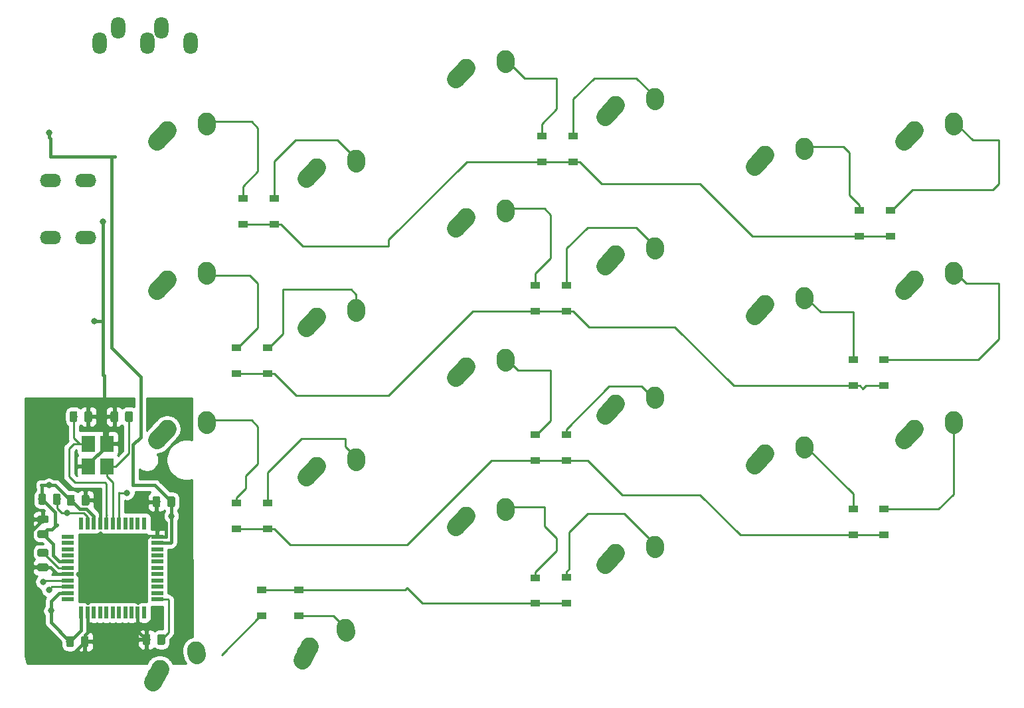
<source format=gbl>
G04 #@! TF.GenerationSoftware,KiCad,Pcbnew,(5.1.4)-1*
G04 #@! TF.CreationDate,2021-10-17T20:34:11-04:00*
G04 #@! TF.ProjectId,a44key-pcb,6134346b-6579-42d7-9063-622e6b696361,rev?*
G04 #@! TF.SameCoordinates,Original*
G04 #@! TF.FileFunction,Copper,L2,Bot*
G04 #@! TF.FilePolarity,Positive*
%FSLAX46Y46*%
G04 Gerber Fmt 4.6, Leading zero omitted, Abs format (unit mm)*
G04 Created by KiCad (PCBNEW (5.1.4)-1) date 2021-10-17 20:34:11*
%MOMM*%
%LPD*%
G04 APERTURE LIST*
%ADD10C,0.100000*%
%ADD11C,0.975000*%
%ADD12C,2.250000*%
%ADD13C,2.250000*%
%ADD14R,1.200000X0.900000*%
%ADD15R,1.800000X2.100000*%
%ADD16R,0.550000X1.500000*%
%ADD17R,1.500000X0.550000*%
%ADD18O,1.800000X2.800000*%
%ADD19O,2.700000X1.700000*%
%ADD20C,0.800000*%
%ADD21C,0.381000*%
%ADD22C,0.254000*%
G04 APERTURE END LIST*
D10*
G36*
X85944142Y-102044174D02*
G01*
X85967803Y-102047684D01*
X85991007Y-102053496D01*
X86013529Y-102061554D01*
X86035153Y-102071782D01*
X86055670Y-102084079D01*
X86074883Y-102098329D01*
X86092607Y-102114393D01*
X86108671Y-102132117D01*
X86122921Y-102151330D01*
X86135218Y-102171847D01*
X86145446Y-102193471D01*
X86153504Y-102215993D01*
X86159316Y-102239197D01*
X86162826Y-102262858D01*
X86164000Y-102286750D01*
X86164000Y-103199250D01*
X86162826Y-103223142D01*
X86159316Y-103246803D01*
X86153504Y-103270007D01*
X86145446Y-103292529D01*
X86135218Y-103314153D01*
X86122921Y-103334670D01*
X86108671Y-103353883D01*
X86092607Y-103371607D01*
X86074883Y-103387671D01*
X86055670Y-103401921D01*
X86035153Y-103414218D01*
X86013529Y-103424446D01*
X85991007Y-103432504D01*
X85967803Y-103438316D01*
X85944142Y-103441826D01*
X85920250Y-103443000D01*
X85432750Y-103443000D01*
X85408858Y-103441826D01*
X85385197Y-103438316D01*
X85361993Y-103432504D01*
X85339471Y-103424446D01*
X85317847Y-103414218D01*
X85297330Y-103401921D01*
X85278117Y-103387671D01*
X85260393Y-103371607D01*
X85244329Y-103353883D01*
X85230079Y-103334670D01*
X85217782Y-103314153D01*
X85207554Y-103292529D01*
X85199496Y-103270007D01*
X85193684Y-103246803D01*
X85190174Y-103223142D01*
X85189000Y-103199250D01*
X85189000Y-102286750D01*
X85190174Y-102262858D01*
X85193684Y-102239197D01*
X85199496Y-102215993D01*
X85207554Y-102193471D01*
X85217782Y-102171847D01*
X85230079Y-102151330D01*
X85244329Y-102132117D01*
X85260393Y-102114393D01*
X85278117Y-102098329D01*
X85297330Y-102084079D01*
X85317847Y-102071782D01*
X85339471Y-102061554D01*
X85361993Y-102053496D01*
X85385197Y-102047684D01*
X85408858Y-102044174D01*
X85432750Y-102043000D01*
X85920250Y-102043000D01*
X85944142Y-102044174D01*
X85944142Y-102044174D01*
G37*
D11*
X85676500Y-102743000D03*
D10*
G36*
X87819142Y-102044174D02*
G01*
X87842803Y-102047684D01*
X87866007Y-102053496D01*
X87888529Y-102061554D01*
X87910153Y-102071782D01*
X87930670Y-102084079D01*
X87949883Y-102098329D01*
X87967607Y-102114393D01*
X87983671Y-102132117D01*
X87997921Y-102151330D01*
X88010218Y-102171847D01*
X88020446Y-102193471D01*
X88028504Y-102215993D01*
X88034316Y-102239197D01*
X88037826Y-102262858D01*
X88039000Y-102286750D01*
X88039000Y-103199250D01*
X88037826Y-103223142D01*
X88034316Y-103246803D01*
X88028504Y-103270007D01*
X88020446Y-103292529D01*
X88010218Y-103314153D01*
X87997921Y-103334670D01*
X87983671Y-103353883D01*
X87967607Y-103371607D01*
X87949883Y-103387671D01*
X87930670Y-103401921D01*
X87910153Y-103414218D01*
X87888529Y-103424446D01*
X87866007Y-103432504D01*
X87842803Y-103438316D01*
X87819142Y-103441826D01*
X87795250Y-103443000D01*
X87307750Y-103443000D01*
X87283858Y-103441826D01*
X87260197Y-103438316D01*
X87236993Y-103432504D01*
X87214471Y-103424446D01*
X87192847Y-103414218D01*
X87172330Y-103401921D01*
X87153117Y-103387671D01*
X87135393Y-103371607D01*
X87119329Y-103353883D01*
X87105079Y-103334670D01*
X87092782Y-103314153D01*
X87082554Y-103292529D01*
X87074496Y-103270007D01*
X87068684Y-103246803D01*
X87065174Y-103223142D01*
X87064000Y-103199250D01*
X87064000Y-102286750D01*
X87065174Y-102262858D01*
X87068684Y-102239197D01*
X87074496Y-102215993D01*
X87082554Y-102193471D01*
X87092782Y-102171847D01*
X87105079Y-102151330D01*
X87119329Y-102132117D01*
X87135393Y-102114393D01*
X87153117Y-102098329D01*
X87172330Y-102084079D01*
X87192847Y-102071782D01*
X87214471Y-102061554D01*
X87236993Y-102053496D01*
X87260197Y-102047684D01*
X87283858Y-102044174D01*
X87307750Y-102043000D01*
X87795250Y-102043000D01*
X87819142Y-102044174D01*
X87819142Y-102044174D01*
G37*
D11*
X87551500Y-102743000D03*
D10*
G36*
X91931642Y-130492174D02*
G01*
X91955303Y-130495684D01*
X91978507Y-130501496D01*
X92001029Y-130509554D01*
X92022653Y-130519782D01*
X92043170Y-130532079D01*
X92062383Y-130546329D01*
X92080107Y-130562393D01*
X92096171Y-130580117D01*
X92110421Y-130599330D01*
X92122718Y-130619847D01*
X92132946Y-130641471D01*
X92141004Y-130663993D01*
X92146816Y-130687197D01*
X92150326Y-130710858D01*
X92151500Y-130734750D01*
X92151500Y-131647250D01*
X92150326Y-131671142D01*
X92146816Y-131694803D01*
X92141004Y-131718007D01*
X92132946Y-131740529D01*
X92122718Y-131762153D01*
X92110421Y-131782670D01*
X92096171Y-131801883D01*
X92080107Y-131819607D01*
X92062383Y-131835671D01*
X92043170Y-131849921D01*
X92022653Y-131862218D01*
X92001029Y-131872446D01*
X91978507Y-131880504D01*
X91955303Y-131886316D01*
X91931642Y-131889826D01*
X91907750Y-131891000D01*
X91420250Y-131891000D01*
X91396358Y-131889826D01*
X91372697Y-131886316D01*
X91349493Y-131880504D01*
X91326971Y-131872446D01*
X91305347Y-131862218D01*
X91284830Y-131849921D01*
X91265617Y-131835671D01*
X91247893Y-131819607D01*
X91231829Y-131801883D01*
X91217579Y-131782670D01*
X91205282Y-131762153D01*
X91195054Y-131740529D01*
X91186996Y-131718007D01*
X91181184Y-131694803D01*
X91177674Y-131671142D01*
X91176500Y-131647250D01*
X91176500Y-130734750D01*
X91177674Y-130710858D01*
X91181184Y-130687197D01*
X91186996Y-130663993D01*
X91195054Y-130641471D01*
X91205282Y-130619847D01*
X91217579Y-130599330D01*
X91231829Y-130580117D01*
X91247893Y-130562393D01*
X91265617Y-130546329D01*
X91284830Y-130532079D01*
X91305347Y-130519782D01*
X91326971Y-130509554D01*
X91349493Y-130501496D01*
X91372697Y-130495684D01*
X91396358Y-130492174D01*
X91420250Y-130491000D01*
X91907750Y-130491000D01*
X91931642Y-130492174D01*
X91931642Y-130492174D01*
G37*
D11*
X91664000Y-131191000D03*
D10*
G36*
X90056642Y-130492174D02*
G01*
X90080303Y-130495684D01*
X90103507Y-130501496D01*
X90126029Y-130509554D01*
X90147653Y-130519782D01*
X90168170Y-130532079D01*
X90187383Y-130546329D01*
X90205107Y-130562393D01*
X90221171Y-130580117D01*
X90235421Y-130599330D01*
X90247718Y-130619847D01*
X90257946Y-130641471D01*
X90266004Y-130663993D01*
X90271816Y-130687197D01*
X90275326Y-130710858D01*
X90276500Y-130734750D01*
X90276500Y-131647250D01*
X90275326Y-131671142D01*
X90271816Y-131694803D01*
X90266004Y-131718007D01*
X90257946Y-131740529D01*
X90247718Y-131762153D01*
X90235421Y-131782670D01*
X90221171Y-131801883D01*
X90205107Y-131819607D01*
X90187383Y-131835671D01*
X90168170Y-131849921D01*
X90147653Y-131862218D01*
X90126029Y-131872446D01*
X90103507Y-131880504D01*
X90080303Y-131886316D01*
X90056642Y-131889826D01*
X90032750Y-131891000D01*
X89545250Y-131891000D01*
X89521358Y-131889826D01*
X89497697Y-131886316D01*
X89474493Y-131880504D01*
X89451971Y-131872446D01*
X89430347Y-131862218D01*
X89409830Y-131849921D01*
X89390617Y-131835671D01*
X89372893Y-131819607D01*
X89356829Y-131801883D01*
X89342579Y-131782670D01*
X89330282Y-131762153D01*
X89320054Y-131740529D01*
X89311996Y-131718007D01*
X89306184Y-131694803D01*
X89302674Y-131671142D01*
X89301500Y-131647250D01*
X89301500Y-130734750D01*
X89302674Y-130710858D01*
X89306184Y-130687197D01*
X89311996Y-130663993D01*
X89320054Y-130641471D01*
X89330282Y-130619847D01*
X89342579Y-130599330D01*
X89356829Y-130580117D01*
X89372893Y-130562393D01*
X89390617Y-130546329D01*
X89409830Y-130532079D01*
X89430347Y-130519782D01*
X89451971Y-130509554D01*
X89474493Y-130501496D01*
X89497697Y-130495684D01*
X89521358Y-130492174D01*
X89545250Y-130491000D01*
X90032750Y-130491000D01*
X90056642Y-130492174D01*
X90056642Y-130492174D01*
G37*
D11*
X89789000Y-131191000D03*
D12*
X187682500Y-104267500D03*
X187027501Y-104997500D03*
D13*
X186372500Y-105727500D02*
X187682502Y-104267500D01*
D12*
X192722500Y-103187500D03*
X192702500Y-103477500D03*
D13*
X192682500Y-103767500D02*
X192722500Y-103187500D01*
D14*
X104457500Y-128173750D03*
X104457500Y-124873750D03*
X105251250Y-113761250D03*
X105251250Y-117061250D03*
X101282500Y-113761250D03*
X101282500Y-117061250D03*
X109220000Y-128173750D03*
X109220000Y-124873750D03*
X139382500Y-123286250D03*
X139382500Y-126586250D03*
X179863750Y-114555000D03*
X179863750Y-117855000D03*
X183832500Y-114555000D03*
X183832500Y-117855000D03*
D12*
X111482500Y-109030000D03*
X110827501Y-109760000D03*
D13*
X110172500Y-110490000D02*
X111482502Y-109030000D01*
D12*
X116522500Y-107950000D03*
X116502500Y-108240000D03*
D13*
X116482500Y-108530000D02*
X116522500Y-107950000D01*
D14*
X143351250Y-123223750D03*
X143351250Y-126523750D03*
D12*
X130532500Y-115380000D03*
X129877501Y-116110000D03*
D13*
X129222500Y-116840000D02*
X130532502Y-115380000D01*
D12*
X135572500Y-114300000D03*
X135552500Y-114590000D03*
D13*
X135532500Y-114880000D02*
X135572500Y-114300000D01*
D12*
X91482409Y-134895844D03*
X91038666Y-135770497D03*
D13*
X90594922Y-136645149D02*
X91482410Y-134895845D01*
D12*
X96071151Y-132548196D03*
X96126890Y-132833491D03*
D13*
X96182629Y-133118786D02*
X96071151Y-132548196D01*
D12*
X92432500Y-104267500D03*
X91777501Y-104997500D03*
D13*
X91122500Y-105727500D02*
X92432502Y-104267500D01*
D12*
X97472500Y-103187500D03*
X97452500Y-103477500D03*
D13*
X97432500Y-103767500D02*
X97472500Y-103187500D01*
D12*
X149582500Y-120142500D03*
X148927501Y-120872500D03*
D13*
X148272500Y-121602500D02*
X149582502Y-120142500D01*
D12*
X154622500Y-119062500D03*
X154602500Y-119352500D03*
D13*
X154582500Y-119642500D02*
X154622500Y-119062500D01*
D12*
X110532409Y-132038344D03*
X110088666Y-132912997D03*
D13*
X109644922Y-133787649D02*
X110532410Y-132038345D01*
D12*
X115121151Y-129690696D03*
X115176890Y-129975991D03*
D13*
X115232629Y-130261286D02*
X115121151Y-129690696D01*
D12*
X149582500Y-101092500D03*
X148927501Y-101822500D03*
D13*
X148272500Y-102552500D02*
X149582502Y-101092500D01*
D12*
X154622500Y-100012500D03*
X154602500Y-100302500D03*
D13*
X154582500Y-100592500D02*
X154622500Y-100012500D01*
D12*
X168632500Y-107442500D03*
X167977501Y-108172500D03*
D13*
X167322500Y-108902500D02*
X168632502Y-107442500D01*
D12*
X173672500Y-106362500D03*
X173652500Y-106652500D03*
D13*
X173632500Y-106942500D02*
X173672500Y-106362500D01*
D10*
G36*
X82182642Y-130746174D02*
G01*
X82206303Y-130749684D01*
X82229507Y-130755496D01*
X82252029Y-130763554D01*
X82273653Y-130773782D01*
X82294170Y-130786079D01*
X82313383Y-130800329D01*
X82331107Y-130816393D01*
X82347171Y-130834117D01*
X82361421Y-130853330D01*
X82373718Y-130873847D01*
X82383946Y-130895471D01*
X82392004Y-130917993D01*
X82397816Y-130941197D01*
X82401326Y-130964858D01*
X82402500Y-130988750D01*
X82402500Y-131901250D01*
X82401326Y-131925142D01*
X82397816Y-131948803D01*
X82392004Y-131972007D01*
X82383946Y-131994529D01*
X82373718Y-132016153D01*
X82361421Y-132036670D01*
X82347171Y-132055883D01*
X82331107Y-132073607D01*
X82313383Y-132089671D01*
X82294170Y-132103921D01*
X82273653Y-132116218D01*
X82252029Y-132126446D01*
X82229507Y-132134504D01*
X82206303Y-132140316D01*
X82182642Y-132143826D01*
X82158750Y-132145000D01*
X81671250Y-132145000D01*
X81647358Y-132143826D01*
X81623697Y-132140316D01*
X81600493Y-132134504D01*
X81577971Y-132126446D01*
X81556347Y-132116218D01*
X81535830Y-132103921D01*
X81516617Y-132089671D01*
X81498893Y-132073607D01*
X81482829Y-132055883D01*
X81468579Y-132036670D01*
X81456282Y-132016153D01*
X81446054Y-131994529D01*
X81437996Y-131972007D01*
X81432184Y-131948803D01*
X81428674Y-131925142D01*
X81427500Y-131901250D01*
X81427500Y-130988750D01*
X81428674Y-130964858D01*
X81432184Y-130941197D01*
X81437996Y-130917993D01*
X81446054Y-130895471D01*
X81456282Y-130873847D01*
X81468579Y-130853330D01*
X81482829Y-130834117D01*
X81498893Y-130816393D01*
X81516617Y-130800329D01*
X81535830Y-130786079D01*
X81556347Y-130773782D01*
X81577971Y-130763554D01*
X81600493Y-130755496D01*
X81623697Y-130749684D01*
X81647358Y-130746174D01*
X81671250Y-130745000D01*
X82158750Y-130745000D01*
X82182642Y-130746174D01*
X82182642Y-130746174D01*
G37*
D11*
X81915000Y-131445000D03*
D10*
G36*
X80307642Y-130746174D02*
G01*
X80331303Y-130749684D01*
X80354507Y-130755496D01*
X80377029Y-130763554D01*
X80398653Y-130773782D01*
X80419170Y-130786079D01*
X80438383Y-130800329D01*
X80456107Y-130816393D01*
X80472171Y-130834117D01*
X80486421Y-130853330D01*
X80498718Y-130873847D01*
X80508946Y-130895471D01*
X80517004Y-130917993D01*
X80522816Y-130941197D01*
X80526326Y-130964858D01*
X80527500Y-130988750D01*
X80527500Y-131901250D01*
X80526326Y-131925142D01*
X80522816Y-131948803D01*
X80517004Y-131972007D01*
X80508946Y-131994529D01*
X80498718Y-132016153D01*
X80486421Y-132036670D01*
X80472171Y-132055883D01*
X80456107Y-132073607D01*
X80438383Y-132089671D01*
X80419170Y-132103921D01*
X80398653Y-132116218D01*
X80377029Y-132126446D01*
X80354507Y-132134504D01*
X80331303Y-132140316D01*
X80307642Y-132143826D01*
X80283750Y-132145000D01*
X79796250Y-132145000D01*
X79772358Y-132143826D01*
X79748697Y-132140316D01*
X79725493Y-132134504D01*
X79702971Y-132126446D01*
X79681347Y-132116218D01*
X79660830Y-132103921D01*
X79641617Y-132089671D01*
X79623893Y-132073607D01*
X79607829Y-132055883D01*
X79593579Y-132036670D01*
X79581282Y-132016153D01*
X79571054Y-131994529D01*
X79562996Y-131972007D01*
X79557184Y-131948803D01*
X79553674Y-131925142D01*
X79552500Y-131901250D01*
X79552500Y-130988750D01*
X79553674Y-130964858D01*
X79557184Y-130941197D01*
X79562996Y-130917993D01*
X79571054Y-130895471D01*
X79581282Y-130873847D01*
X79593579Y-130853330D01*
X79607829Y-130834117D01*
X79623893Y-130816393D01*
X79641617Y-130800329D01*
X79660830Y-130786079D01*
X79681347Y-130773782D01*
X79702971Y-130763554D01*
X79725493Y-130755496D01*
X79748697Y-130749684D01*
X79772358Y-130746174D01*
X79796250Y-130745000D01*
X80283750Y-130745000D01*
X80307642Y-130746174D01*
X80307642Y-130746174D01*
G37*
D11*
X80040000Y-131445000D03*
D10*
G36*
X77061142Y-115367674D02*
G01*
X77084803Y-115371184D01*
X77108007Y-115376996D01*
X77130529Y-115385054D01*
X77152153Y-115395282D01*
X77172670Y-115407579D01*
X77191883Y-115421829D01*
X77209607Y-115437893D01*
X77225671Y-115455617D01*
X77239921Y-115474830D01*
X77252218Y-115495347D01*
X77262446Y-115516971D01*
X77270504Y-115539493D01*
X77276316Y-115562697D01*
X77279826Y-115586358D01*
X77281000Y-115610250D01*
X77281000Y-116097750D01*
X77279826Y-116121642D01*
X77276316Y-116145303D01*
X77270504Y-116168507D01*
X77262446Y-116191029D01*
X77252218Y-116212653D01*
X77239921Y-116233170D01*
X77225671Y-116252383D01*
X77209607Y-116270107D01*
X77191883Y-116286171D01*
X77172670Y-116300421D01*
X77152153Y-116312718D01*
X77130529Y-116322946D01*
X77108007Y-116331004D01*
X77084803Y-116336816D01*
X77061142Y-116340326D01*
X77037250Y-116341500D01*
X76124750Y-116341500D01*
X76100858Y-116340326D01*
X76077197Y-116336816D01*
X76053993Y-116331004D01*
X76031471Y-116322946D01*
X76009847Y-116312718D01*
X75989330Y-116300421D01*
X75970117Y-116286171D01*
X75952393Y-116270107D01*
X75936329Y-116252383D01*
X75922079Y-116233170D01*
X75909782Y-116212653D01*
X75899554Y-116191029D01*
X75891496Y-116168507D01*
X75885684Y-116145303D01*
X75882174Y-116121642D01*
X75881000Y-116097750D01*
X75881000Y-115610250D01*
X75882174Y-115586358D01*
X75885684Y-115562697D01*
X75891496Y-115539493D01*
X75899554Y-115516971D01*
X75909782Y-115495347D01*
X75922079Y-115474830D01*
X75936329Y-115455617D01*
X75952393Y-115437893D01*
X75970117Y-115421829D01*
X75989330Y-115407579D01*
X76009847Y-115395282D01*
X76031471Y-115385054D01*
X76053993Y-115376996D01*
X76077197Y-115371184D01*
X76100858Y-115367674D01*
X76124750Y-115366500D01*
X77037250Y-115366500D01*
X77061142Y-115367674D01*
X77061142Y-115367674D01*
G37*
D11*
X76581000Y-115854000D03*
D10*
G36*
X77061142Y-117242674D02*
G01*
X77084803Y-117246184D01*
X77108007Y-117251996D01*
X77130529Y-117260054D01*
X77152153Y-117270282D01*
X77172670Y-117282579D01*
X77191883Y-117296829D01*
X77209607Y-117312893D01*
X77225671Y-117330617D01*
X77239921Y-117349830D01*
X77252218Y-117370347D01*
X77262446Y-117391971D01*
X77270504Y-117414493D01*
X77276316Y-117437697D01*
X77279826Y-117461358D01*
X77281000Y-117485250D01*
X77281000Y-117972750D01*
X77279826Y-117996642D01*
X77276316Y-118020303D01*
X77270504Y-118043507D01*
X77262446Y-118066029D01*
X77252218Y-118087653D01*
X77239921Y-118108170D01*
X77225671Y-118127383D01*
X77209607Y-118145107D01*
X77191883Y-118161171D01*
X77172670Y-118175421D01*
X77152153Y-118187718D01*
X77130529Y-118197946D01*
X77108007Y-118206004D01*
X77084803Y-118211816D01*
X77061142Y-118215326D01*
X77037250Y-118216500D01*
X76124750Y-118216500D01*
X76100858Y-118215326D01*
X76077197Y-118211816D01*
X76053993Y-118206004D01*
X76031471Y-118197946D01*
X76009847Y-118187718D01*
X75989330Y-118175421D01*
X75970117Y-118161171D01*
X75952393Y-118145107D01*
X75936329Y-118127383D01*
X75922079Y-118108170D01*
X75909782Y-118087653D01*
X75899554Y-118066029D01*
X75891496Y-118043507D01*
X75885684Y-118020303D01*
X75882174Y-117996642D01*
X75881000Y-117972750D01*
X75881000Y-117485250D01*
X75882174Y-117461358D01*
X75885684Y-117437697D01*
X75891496Y-117414493D01*
X75899554Y-117391971D01*
X75909782Y-117370347D01*
X75922079Y-117349830D01*
X75936329Y-117330617D01*
X75952393Y-117312893D01*
X75970117Y-117296829D01*
X75989330Y-117282579D01*
X76009847Y-117270282D01*
X76031471Y-117260054D01*
X76053993Y-117251996D01*
X76077197Y-117246184D01*
X76100858Y-117242674D01*
X76124750Y-117241500D01*
X77037250Y-117241500D01*
X77061142Y-117242674D01*
X77061142Y-117242674D01*
G37*
D11*
X76581000Y-117729000D03*
D10*
G36*
X91326642Y-112902674D02*
G01*
X91350303Y-112906184D01*
X91373507Y-112911996D01*
X91396029Y-112920054D01*
X91417653Y-112930282D01*
X91438170Y-112942579D01*
X91457383Y-112956829D01*
X91475107Y-112972893D01*
X91491171Y-112990617D01*
X91505421Y-113009830D01*
X91517718Y-113030347D01*
X91527946Y-113051971D01*
X91536004Y-113074493D01*
X91541816Y-113097697D01*
X91545326Y-113121358D01*
X91546500Y-113145250D01*
X91546500Y-114057750D01*
X91545326Y-114081642D01*
X91541816Y-114105303D01*
X91536004Y-114128507D01*
X91527946Y-114151029D01*
X91517718Y-114172653D01*
X91505421Y-114193170D01*
X91491171Y-114212383D01*
X91475107Y-114230107D01*
X91457383Y-114246171D01*
X91438170Y-114260421D01*
X91417653Y-114272718D01*
X91396029Y-114282946D01*
X91373507Y-114291004D01*
X91350303Y-114296816D01*
X91326642Y-114300326D01*
X91302750Y-114301500D01*
X90815250Y-114301500D01*
X90791358Y-114300326D01*
X90767697Y-114296816D01*
X90744493Y-114291004D01*
X90721971Y-114282946D01*
X90700347Y-114272718D01*
X90679830Y-114260421D01*
X90660617Y-114246171D01*
X90642893Y-114230107D01*
X90626829Y-114212383D01*
X90612579Y-114193170D01*
X90600282Y-114172653D01*
X90590054Y-114151029D01*
X90581996Y-114128507D01*
X90576184Y-114105303D01*
X90572674Y-114081642D01*
X90571500Y-114057750D01*
X90571500Y-113145250D01*
X90572674Y-113121358D01*
X90576184Y-113097697D01*
X90581996Y-113074493D01*
X90590054Y-113051971D01*
X90600282Y-113030347D01*
X90612579Y-113009830D01*
X90626829Y-112990617D01*
X90642893Y-112972893D01*
X90660617Y-112956829D01*
X90679830Y-112942579D01*
X90700347Y-112930282D01*
X90721971Y-112920054D01*
X90744493Y-112911996D01*
X90767697Y-112906184D01*
X90791358Y-112902674D01*
X90815250Y-112901500D01*
X91302750Y-112901500D01*
X91326642Y-112902674D01*
X91326642Y-112902674D01*
G37*
D11*
X91059000Y-113601500D03*
D10*
G36*
X93201642Y-112902674D02*
G01*
X93225303Y-112906184D01*
X93248507Y-112911996D01*
X93271029Y-112920054D01*
X93292653Y-112930282D01*
X93313170Y-112942579D01*
X93332383Y-112956829D01*
X93350107Y-112972893D01*
X93366171Y-112990617D01*
X93380421Y-113009830D01*
X93392718Y-113030347D01*
X93402946Y-113051971D01*
X93411004Y-113074493D01*
X93416816Y-113097697D01*
X93420326Y-113121358D01*
X93421500Y-113145250D01*
X93421500Y-114057750D01*
X93420326Y-114081642D01*
X93416816Y-114105303D01*
X93411004Y-114128507D01*
X93402946Y-114151029D01*
X93392718Y-114172653D01*
X93380421Y-114193170D01*
X93366171Y-114212383D01*
X93350107Y-114230107D01*
X93332383Y-114246171D01*
X93313170Y-114260421D01*
X93292653Y-114272718D01*
X93271029Y-114282946D01*
X93248507Y-114291004D01*
X93225303Y-114296816D01*
X93201642Y-114300326D01*
X93177750Y-114301500D01*
X92690250Y-114301500D01*
X92666358Y-114300326D01*
X92642697Y-114296816D01*
X92619493Y-114291004D01*
X92596971Y-114282946D01*
X92575347Y-114272718D01*
X92554830Y-114260421D01*
X92535617Y-114246171D01*
X92517893Y-114230107D01*
X92501829Y-114212383D01*
X92487579Y-114193170D01*
X92475282Y-114172653D01*
X92465054Y-114151029D01*
X92456996Y-114128507D01*
X92451184Y-114105303D01*
X92447674Y-114081642D01*
X92446500Y-114057750D01*
X92446500Y-113145250D01*
X92447674Y-113121358D01*
X92451184Y-113097697D01*
X92456996Y-113074493D01*
X92465054Y-113051971D01*
X92475282Y-113030347D01*
X92487579Y-113009830D01*
X92501829Y-112990617D01*
X92517893Y-112972893D01*
X92535617Y-112956829D01*
X92554830Y-112942579D01*
X92575347Y-112930282D01*
X92596971Y-112920054D01*
X92619493Y-112911996D01*
X92642697Y-112906184D01*
X92666358Y-112902674D01*
X92690250Y-112901500D01*
X93177750Y-112901500D01*
X93201642Y-112902674D01*
X93201642Y-112902674D01*
G37*
D11*
X92934000Y-113601500D03*
D10*
G36*
X82279642Y-112712174D02*
G01*
X82303303Y-112715684D01*
X82326507Y-112721496D01*
X82349029Y-112729554D01*
X82370653Y-112739782D01*
X82391170Y-112752079D01*
X82410383Y-112766329D01*
X82428107Y-112782393D01*
X82444171Y-112800117D01*
X82458421Y-112819330D01*
X82470718Y-112839847D01*
X82480946Y-112861471D01*
X82489004Y-112883993D01*
X82494816Y-112907197D01*
X82498326Y-112930858D01*
X82499500Y-112954750D01*
X82499500Y-113867250D01*
X82498326Y-113891142D01*
X82494816Y-113914803D01*
X82489004Y-113938007D01*
X82480946Y-113960529D01*
X82470718Y-113982153D01*
X82458421Y-114002670D01*
X82444171Y-114021883D01*
X82428107Y-114039607D01*
X82410383Y-114055671D01*
X82391170Y-114069921D01*
X82370653Y-114082218D01*
X82349029Y-114092446D01*
X82326507Y-114100504D01*
X82303303Y-114106316D01*
X82279642Y-114109826D01*
X82255750Y-114111000D01*
X81768250Y-114111000D01*
X81744358Y-114109826D01*
X81720697Y-114106316D01*
X81697493Y-114100504D01*
X81674971Y-114092446D01*
X81653347Y-114082218D01*
X81632830Y-114069921D01*
X81613617Y-114055671D01*
X81595893Y-114039607D01*
X81579829Y-114021883D01*
X81565579Y-114002670D01*
X81553282Y-113982153D01*
X81543054Y-113960529D01*
X81534996Y-113938007D01*
X81529184Y-113914803D01*
X81525674Y-113891142D01*
X81524500Y-113867250D01*
X81524500Y-112954750D01*
X81525674Y-112930858D01*
X81529184Y-112907197D01*
X81534996Y-112883993D01*
X81543054Y-112861471D01*
X81553282Y-112839847D01*
X81565579Y-112819330D01*
X81579829Y-112800117D01*
X81595893Y-112782393D01*
X81613617Y-112766329D01*
X81632830Y-112752079D01*
X81653347Y-112739782D01*
X81674971Y-112729554D01*
X81697493Y-112721496D01*
X81720697Y-112715684D01*
X81744358Y-112712174D01*
X81768250Y-112711000D01*
X82255750Y-112711000D01*
X82279642Y-112712174D01*
X82279642Y-112712174D01*
G37*
D11*
X82012000Y-113411000D03*
D10*
G36*
X80404642Y-112712174D02*
G01*
X80428303Y-112715684D01*
X80451507Y-112721496D01*
X80474029Y-112729554D01*
X80495653Y-112739782D01*
X80516170Y-112752079D01*
X80535383Y-112766329D01*
X80553107Y-112782393D01*
X80569171Y-112800117D01*
X80583421Y-112819330D01*
X80595718Y-112839847D01*
X80605946Y-112861471D01*
X80614004Y-112883993D01*
X80619816Y-112907197D01*
X80623326Y-112930858D01*
X80624500Y-112954750D01*
X80624500Y-113867250D01*
X80623326Y-113891142D01*
X80619816Y-113914803D01*
X80614004Y-113938007D01*
X80605946Y-113960529D01*
X80595718Y-113982153D01*
X80583421Y-114002670D01*
X80569171Y-114021883D01*
X80553107Y-114039607D01*
X80535383Y-114055671D01*
X80516170Y-114069921D01*
X80495653Y-114082218D01*
X80474029Y-114092446D01*
X80451507Y-114100504D01*
X80428303Y-114106316D01*
X80404642Y-114109826D01*
X80380750Y-114111000D01*
X79893250Y-114111000D01*
X79869358Y-114109826D01*
X79845697Y-114106316D01*
X79822493Y-114100504D01*
X79799971Y-114092446D01*
X79778347Y-114082218D01*
X79757830Y-114069921D01*
X79738617Y-114055671D01*
X79720893Y-114039607D01*
X79704829Y-114021883D01*
X79690579Y-114002670D01*
X79678282Y-113982153D01*
X79668054Y-113960529D01*
X79659996Y-113938007D01*
X79654184Y-113914803D01*
X79650674Y-113891142D01*
X79649500Y-113867250D01*
X79649500Y-112954750D01*
X79650674Y-112930858D01*
X79654184Y-112907197D01*
X79659996Y-112883993D01*
X79668054Y-112861471D01*
X79678282Y-112839847D01*
X79690579Y-112819330D01*
X79704829Y-112800117D01*
X79720893Y-112782393D01*
X79738617Y-112766329D01*
X79757830Y-112752079D01*
X79778347Y-112739782D01*
X79799971Y-112729554D01*
X79822493Y-112721496D01*
X79845697Y-112715684D01*
X79869358Y-112712174D01*
X79893250Y-112711000D01*
X80380750Y-112711000D01*
X80404642Y-112712174D01*
X80404642Y-112712174D01*
G37*
D11*
X80137000Y-113411000D03*
D15*
X84709000Y-109093000D03*
X84709000Y-106193000D03*
X82409000Y-106193000D03*
X82409000Y-109093000D03*
D16*
X81471000Y-127747000D03*
X82271000Y-127747000D03*
X83071000Y-127747000D03*
X83871000Y-127747000D03*
X84671000Y-127747000D03*
X85471000Y-127747000D03*
X86271000Y-127747000D03*
X87071000Y-127747000D03*
X87871000Y-127747000D03*
X88671000Y-127747000D03*
X89471000Y-127747000D03*
D17*
X91171000Y-126047000D03*
X91171000Y-125247000D03*
X91171000Y-124447000D03*
X91171000Y-123647000D03*
X91171000Y-122847000D03*
X91171000Y-122047000D03*
X91171000Y-121247000D03*
X91171000Y-120447000D03*
X91171000Y-119647000D03*
X91171000Y-118847000D03*
X91171000Y-118047000D03*
D16*
X89471000Y-116347000D03*
X88671000Y-116347000D03*
X87871000Y-116347000D03*
X87071000Y-116347000D03*
X86271000Y-116347000D03*
X85471000Y-116347000D03*
X84671000Y-116347000D03*
X83871000Y-116347000D03*
X83071000Y-116347000D03*
X82271000Y-116347000D03*
X81471000Y-116347000D03*
D17*
X79771000Y-118047000D03*
X79771000Y-118847000D03*
X79771000Y-119647000D03*
X79771000Y-120447000D03*
X79771000Y-121247000D03*
X79771000Y-122047000D03*
X79771000Y-122847000D03*
X79771000Y-123647000D03*
X79771000Y-124447000D03*
X79771000Y-125247000D03*
X79771000Y-126047000D03*
D10*
G36*
X78626642Y-112585174D02*
G01*
X78650303Y-112588684D01*
X78673507Y-112594496D01*
X78696029Y-112602554D01*
X78717653Y-112612782D01*
X78738170Y-112625079D01*
X78757383Y-112639329D01*
X78775107Y-112655393D01*
X78791171Y-112673117D01*
X78805421Y-112692330D01*
X78817718Y-112712847D01*
X78827946Y-112734471D01*
X78836004Y-112756993D01*
X78841816Y-112780197D01*
X78845326Y-112803858D01*
X78846500Y-112827750D01*
X78846500Y-113740250D01*
X78845326Y-113764142D01*
X78841816Y-113787803D01*
X78836004Y-113811007D01*
X78827946Y-113833529D01*
X78817718Y-113855153D01*
X78805421Y-113875670D01*
X78791171Y-113894883D01*
X78775107Y-113912607D01*
X78757383Y-113928671D01*
X78738170Y-113942921D01*
X78717653Y-113955218D01*
X78696029Y-113965446D01*
X78673507Y-113973504D01*
X78650303Y-113979316D01*
X78626642Y-113982826D01*
X78602750Y-113984000D01*
X78115250Y-113984000D01*
X78091358Y-113982826D01*
X78067697Y-113979316D01*
X78044493Y-113973504D01*
X78021971Y-113965446D01*
X78000347Y-113955218D01*
X77979830Y-113942921D01*
X77960617Y-113928671D01*
X77942893Y-113912607D01*
X77926829Y-113894883D01*
X77912579Y-113875670D01*
X77900282Y-113855153D01*
X77890054Y-113833529D01*
X77881996Y-113811007D01*
X77876184Y-113787803D01*
X77872674Y-113764142D01*
X77871500Y-113740250D01*
X77871500Y-112827750D01*
X77872674Y-112803858D01*
X77876184Y-112780197D01*
X77881996Y-112756993D01*
X77890054Y-112734471D01*
X77900282Y-112712847D01*
X77912579Y-112692330D01*
X77926829Y-112673117D01*
X77942893Y-112655393D01*
X77960617Y-112639329D01*
X77979830Y-112625079D01*
X78000347Y-112612782D01*
X78021971Y-112602554D01*
X78044493Y-112594496D01*
X78067697Y-112588684D01*
X78091358Y-112585174D01*
X78115250Y-112584000D01*
X78602750Y-112584000D01*
X78626642Y-112585174D01*
X78626642Y-112585174D01*
G37*
D11*
X78359000Y-113284000D03*
D10*
G36*
X76751642Y-112585174D02*
G01*
X76775303Y-112588684D01*
X76798507Y-112594496D01*
X76821029Y-112602554D01*
X76842653Y-112612782D01*
X76863170Y-112625079D01*
X76882383Y-112639329D01*
X76900107Y-112655393D01*
X76916171Y-112673117D01*
X76930421Y-112692330D01*
X76942718Y-112712847D01*
X76952946Y-112734471D01*
X76961004Y-112756993D01*
X76966816Y-112780197D01*
X76970326Y-112803858D01*
X76971500Y-112827750D01*
X76971500Y-113740250D01*
X76970326Y-113764142D01*
X76966816Y-113787803D01*
X76961004Y-113811007D01*
X76952946Y-113833529D01*
X76942718Y-113855153D01*
X76930421Y-113875670D01*
X76916171Y-113894883D01*
X76900107Y-113912607D01*
X76882383Y-113928671D01*
X76863170Y-113942921D01*
X76842653Y-113955218D01*
X76821029Y-113965446D01*
X76798507Y-113973504D01*
X76775303Y-113979316D01*
X76751642Y-113982826D01*
X76727750Y-113984000D01*
X76240250Y-113984000D01*
X76216358Y-113982826D01*
X76192697Y-113979316D01*
X76169493Y-113973504D01*
X76146971Y-113965446D01*
X76125347Y-113955218D01*
X76104830Y-113942921D01*
X76085617Y-113928671D01*
X76067893Y-113912607D01*
X76051829Y-113894883D01*
X76037579Y-113875670D01*
X76025282Y-113855153D01*
X76015054Y-113833529D01*
X76006996Y-113811007D01*
X76001184Y-113787803D01*
X75997674Y-113764142D01*
X75996500Y-113740250D01*
X75996500Y-112827750D01*
X75997674Y-112803858D01*
X76001184Y-112780197D01*
X76006996Y-112756993D01*
X76015054Y-112734471D01*
X76025282Y-112712847D01*
X76037579Y-112692330D01*
X76051829Y-112673117D01*
X76067893Y-112655393D01*
X76085617Y-112639329D01*
X76104830Y-112625079D01*
X76125347Y-112612782D01*
X76146971Y-112602554D01*
X76169493Y-112594496D01*
X76192697Y-112588684D01*
X76216358Y-112585174D01*
X76240250Y-112584000D01*
X76727750Y-112584000D01*
X76751642Y-112585174D01*
X76751642Y-112585174D01*
G37*
D11*
X76484000Y-113284000D03*
D10*
G36*
X77061142Y-121482174D02*
G01*
X77084803Y-121485684D01*
X77108007Y-121491496D01*
X77130529Y-121499554D01*
X77152153Y-121509782D01*
X77172670Y-121522079D01*
X77191883Y-121536329D01*
X77209607Y-121552393D01*
X77225671Y-121570117D01*
X77239921Y-121589330D01*
X77252218Y-121609847D01*
X77262446Y-121631471D01*
X77270504Y-121653993D01*
X77276316Y-121677197D01*
X77279826Y-121700858D01*
X77281000Y-121724750D01*
X77281000Y-122212250D01*
X77279826Y-122236142D01*
X77276316Y-122259803D01*
X77270504Y-122283007D01*
X77262446Y-122305529D01*
X77252218Y-122327153D01*
X77239921Y-122347670D01*
X77225671Y-122366883D01*
X77209607Y-122384607D01*
X77191883Y-122400671D01*
X77172670Y-122414921D01*
X77152153Y-122427218D01*
X77130529Y-122437446D01*
X77108007Y-122445504D01*
X77084803Y-122451316D01*
X77061142Y-122454826D01*
X77037250Y-122456000D01*
X76124750Y-122456000D01*
X76100858Y-122454826D01*
X76077197Y-122451316D01*
X76053993Y-122445504D01*
X76031471Y-122437446D01*
X76009847Y-122427218D01*
X75989330Y-122414921D01*
X75970117Y-122400671D01*
X75952393Y-122384607D01*
X75936329Y-122366883D01*
X75922079Y-122347670D01*
X75909782Y-122327153D01*
X75899554Y-122305529D01*
X75891496Y-122283007D01*
X75885684Y-122259803D01*
X75882174Y-122236142D01*
X75881000Y-122212250D01*
X75881000Y-121724750D01*
X75882174Y-121700858D01*
X75885684Y-121677197D01*
X75891496Y-121653993D01*
X75899554Y-121631471D01*
X75909782Y-121609847D01*
X75922079Y-121589330D01*
X75936329Y-121570117D01*
X75952393Y-121552393D01*
X75970117Y-121536329D01*
X75989330Y-121522079D01*
X76009847Y-121509782D01*
X76031471Y-121499554D01*
X76053993Y-121491496D01*
X76077197Y-121485684D01*
X76100858Y-121482174D01*
X76124750Y-121481000D01*
X77037250Y-121481000D01*
X77061142Y-121482174D01*
X77061142Y-121482174D01*
G37*
D11*
X76581000Y-121968500D03*
D10*
G36*
X77061142Y-119607174D02*
G01*
X77084803Y-119610684D01*
X77108007Y-119616496D01*
X77130529Y-119624554D01*
X77152153Y-119634782D01*
X77172670Y-119647079D01*
X77191883Y-119661329D01*
X77209607Y-119677393D01*
X77225671Y-119695117D01*
X77239921Y-119714330D01*
X77252218Y-119734847D01*
X77262446Y-119756471D01*
X77270504Y-119778993D01*
X77276316Y-119802197D01*
X77279826Y-119825858D01*
X77281000Y-119849750D01*
X77281000Y-120337250D01*
X77279826Y-120361142D01*
X77276316Y-120384803D01*
X77270504Y-120408007D01*
X77262446Y-120430529D01*
X77252218Y-120452153D01*
X77239921Y-120472670D01*
X77225671Y-120491883D01*
X77209607Y-120509607D01*
X77191883Y-120525671D01*
X77172670Y-120539921D01*
X77152153Y-120552218D01*
X77130529Y-120562446D01*
X77108007Y-120570504D01*
X77084803Y-120576316D01*
X77061142Y-120579826D01*
X77037250Y-120581000D01*
X76124750Y-120581000D01*
X76100858Y-120579826D01*
X76077197Y-120576316D01*
X76053993Y-120570504D01*
X76031471Y-120562446D01*
X76009847Y-120552218D01*
X75989330Y-120539921D01*
X75970117Y-120525671D01*
X75952393Y-120509607D01*
X75936329Y-120491883D01*
X75922079Y-120472670D01*
X75909782Y-120452153D01*
X75899554Y-120430529D01*
X75891496Y-120408007D01*
X75885684Y-120384803D01*
X75882174Y-120361142D01*
X75881000Y-120337250D01*
X75881000Y-119849750D01*
X75882174Y-119825858D01*
X75885684Y-119802197D01*
X75891496Y-119778993D01*
X75899554Y-119756471D01*
X75909782Y-119734847D01*
X75922079Y-119714330D01*
X75936329Y-119695117D01*
X75952393Y-119677393D01*
X75970117Y-119661329D01*
X75989330Y-119647079D01*
X76009847Y-119634782D01*
X76031471Y-119624554D01*
X76053993Y-119616496D01*
X76077197Y-119610684D01*
X76100858Y-119607174D01*
X76124750Y-119606000D01*
X77037250Y-119606000D01*
X77061142Y-119607174D01*
X77061142Y-119607174D01*
G37*
D11*
X76581000Y-120093500D03*
D10*
G36*
X82627142Y-102044174D02*
G01*
X82650803Y-102047684D01*
X82674007Y-102053496D01*
X82696529Y-102061554D01*
X82718153Y-102071782D01*
X82738670Y-102084079D01*
X82757883Y-102098329D01*
X82775607Y-102114393D01*
X82791671Y-102132117D01*
X82805921Y-102151330D01*
X82818218Y-102171847D01*
X82828446Y-102193471D01*
X82836504Y-102215993D01*
X82842316Y-102239197D01*
X82845826Y-102262858D01*
X82847000Y-102286750D01*
X82847000Y-103199250D01*
X82845826Y-103223142D01*
X82842316Y-103246803D01*
X82836504Y-103270007D01*
X82828446Y-103292529D01*
X82818218Y-103314153D01*
X82805921Y-103334670D01*
X82791671Y-103353883D01*
X82775607Y-103371607D01*
X82757883Y-103387671D01*
X82738670Y-103401921D01*
X82718153Y-103414218D01*
X82696529Y-103424446D01*
X82674007Y-103432504D01*
X82650803Y-103438316D01*
X82627142Y-103441826D01*
X82603250Y-103443000D01*
X82115750Y-103443000D01*
X82091858Y-103441826D01*
X82068197Y-103438316D01*
X82044993Y-103432504D01*
X82022471Y-103424446D01*
X82000847Y-103414218D01*
X81980330Y-103401921D01*
X81961117Y-103387671D01*
X81943393Y-103371607D01*
X81927329Y-103353883D01*
X81913079Y-103334670D01*
X81900782Y-103314153D01*
X81890554Y-103292529D01*
X81882496Y-103270007D01*
X81876684Y-103246803D01*
X81873174Y-103223142D01*
X81872000Y-103199250D01*
X81872000Y-102286750D01*
X81873174Y-102262858D01*
X81876684Y-102239197D01*
X81882496Y-102215993D01*
X81890554Y-102193471D01*
X81900782Y-102171847D01*
X81913079Y-102151330D01*
X81927329Y-102132117D01*
X81943393Y-102114393D01*
X81961117Y-102098329D01*
X81980330Y-102084079D01*
X82000847Y-102071782D01*
X82022471Y-102061554D01*
X82044993Y-102053496D01*
X82068197Y-102047684D01*
X82091858Y-102044174D01*
X82115750Y-102043000D01*
X82603250Y-102043000D01*
X82627142Y-102044174D01*
X82627142Y-102044174D01*
G37*
D11*
X82359500Y-102743000D03*
D10*
G36*
X80752142Y-102044174D02*
G01*
X80775803Y-102047684D01*
X80799007Y-102053496D01*
X80821529Y-102061554D01*
X80843153Y-102071782D01*
X80863670Y-102084079D01*
X80882883Y-102098329D01*
X80900607Y-102114393D01*
X80916671Y-102132117D01*
X80930921Y-102151330D01*
X80943218Y-102171847D01*
X80953446Y-102193471D01*
X80961504Y-102215993D01*
X80967316Y-102239197D01*
X80970826Y-102262858D01*
X80972000Y-102286750D01*
X80972000Y-103199250D01*
X80970826Y-103223142D01*
X80967316Y-103246803D01*
X80961504Y-103270007D01*
X80953446Y-103292529D01*
X80943218Y-103314153D01*
X80930921Y-103334670D01*
X80916671Y-103353883D01*
X80900607Y-103371607D01*
X80882883Y-103387671D01*
X80863670Y-103401921D01*
X80843153Y-103414218D01*
X80821529Y-103424446D01*
X80799007Y-103432504D01*
X80775803Y-103438316D01*
X80752142Y-103441826D01*
X80728250Y-103443000D01*
X80240750Y-103443000D01*
X80216858Y-103441826D01*
X80193197Y-103438316D01*
X80169993Y-103432504D01*
X80147471Y-103424446D01*
X80125847Y-103414218D01*
X80105330Y-103401921D01*
X80086117Y-103387671D01*
X80068393Y-103371607D01*
X80052329Y-103353883D01*
X80038079Y-103334670D01*
X80025782Y-103314153D01*
X80015554Y-103292529D01*
X80007496Y-103270007D01*
X80001684Y-103246803D01*
X79998174Y-103223142D01*
X79997000Y-103199250D01*
X79997000Y-102286750D01*
X79998174Y-102262858D01*
X80001684Y-102239197D01*
X80007496Y-102215993D01*
X80015554Y-102193471D01*
X80025782Y-102171847D01*
X80038079Y-102151330D01*
X80052329Y-102132117D01*
X80068393Y-102114393D01*
X80086117Y-102098329D01*
X80105330Y-102084079D01*
X80125847Y-102071782D01*
X80147471Y-102061554D01*
X80169993Y-102053496D01*
X80193197Y-102047684D01*
X80216858Y-102044174D01*
X80240750Y-102043000D01*
X80728250Y-102043000D01*
X80752142Y-102044174D01*
X80752142Y-102044174D01*
G37*
D11*
X80484500Y-102743000D03*
D18*
X89920000Y-55118000D03*
X95420000Y-55118000D03*
X91720000Y-53118000D03*
X86220000Y-53118000D03*
X83820000Y-55118000D03*
D19*
X77533500Y-72613500D03*
X77533500Y-79913500D03*
X82033500Y-79913500D03*
X82033500Y-72613500D03*
D12*
X187682500Y-85217500D03*
X187027501Y-85947500D03*
D13*
X186372500Y-86677500D02*
X187682502Y-85217500D01*
D12*
X192722500Y-84137500D03*
X192702500Y-84427500D03*
D13*
X192682500Y-84717500D02*
X192722500Y-84137500D01*
D12*
X187682500Y-66167500D03*
X187027501Y-66897500D03*
D13*
X186372500Y-67627500D02*
X187682502Y-66167500D01*
D12*
X192722500Y-65087500D03*
X192702500Y-65377500D03*
D13*
X192682500Y-65667500D02*
X192722500Y-65087500D01*
D12*
X168632500Y-88392500D03*
X167977501Y-89122500D03*
D13*
X167322500Y-89852500D02*
X168632502Y-88392500D01*
D12*
X173672500Y-87312500D03*
X173652500Y-87602500D03*
D13*
X173632500Y-87892500D02*
X173672500Y-87312500D01*
D12*
X168632500Y-69342500D03*
X167977501Y-70072500D03*
D13*
X167322500Y-70802500D02*
X168632502Y-69342500D01*
D12*
X173672500Y-68262500D03*
X173652500Y-68552500D03*
D13*
X173632500Y-68842500D02*
X173672500Y-68262500D01*
D12*
X149582500Y-82042500D03*
X148927501Y-82772500D03*
D13*
X148272500Y-83502500D02*
X149582502Y-82042500D01*
D12*
X154622500Y-80962500D03*
X154602500Y-81252500D03*
D13*
X154582500Y-81542500D02*
X154622500Y-80962500D01*
D12*
X149582500Y-62992500D03*
X148927501Y-63722500D03*
D13*
X148272500Y-64452500D02*
X149582502Y-62992500D01*
D12*
X154622500Y-61912500D03*
X154602500Y-62202500D03*
D13*
X154582500Y-62492500D02*
X154622500Y-61912500D01*
D12*
X130532500Y-96330000D03*
X129877501Y-97060000D03*
D13*
X129222500Y-97790000D02*
X130532502Y-96330000D01*
D12*
X135572500Y-95250000D03*
X135552500Y-95540000D03*
D13*
X135532500Y-95830000D02*
X135572500Y-95250000D01*
D12*
X130532500Y-77280000D03*
X129877501Y-78010000D03*
D13*
X129222500Y-78740000D02*
X130532502Y-77280000D01*
D12*
X135572500Y-76200000D03*
X135552500Y-76490000D03*
D13*
X135532500Y-76780000D02*
X135572500Y-76200000D01*
D12*
X130532500Y-58230000D03*
X129877501Y-58960000D03*
D13*
X129222500Y-59690000D02*
X130532502Y-58230000D01*
D12*
X135572500Y-57150000D03*
X135552500Y-57440000D03*
D13*
X135532500Y-57730000D02*
X135572500Y-57150000D01*
D12*
X111482500Y-89980000D03*
X110827501Y-90710000D03*
D13*
X110172500Y-91440000D02*
X111482502Y-89980000D01*
D12*
X116522500Y-88900000D03*
X116502500Y-89190000D03*
D13*
X116482500Y-89480000D02*
X116522500Y-88900000D01*
D12*
X111482500Y-70930000D03*
X110827501Y-71660000D03*
D13*
X110172500Y-72390000D02*
X111482502Y-70930000D01*
D12*
X116522500Y-69850000D03*
X116502500Y-70140000D03*
D13*
X116482500Y-70430000D02*
X116522500Y-69850000D01*
D12*
X92432500Y-85217500D03*
X91777501Y-85947500D03*
D13*
X91122500Y-86677500D02*
X92432502Y-85217500D01*
D12*
X97472500Y-84137500D03*
X97452500Y-84427500D03*
D13*
X97432500Y-84717500D02*
X97472500Y-84137500D01*
D12*
X92432500Y-66167500D03*
X91777501Y-66897500D03*
D13*
X91122500Y-67627500D02*
X92432502Y-66167500D01*
D12*
X97472500Y-65087500D03*
X97452500Y-65377500D03*
D13*
X97432500Y-65667500D02*
X97472500Y-65087500D01*
D14*
X183832500Y-95505000D03*
X183832500Y-98805000D03*
X184626250Y-76455000D03*
X184626250Y-79755000D03*
X179863750Y-95505000D03*
X179863750Y-98805000D03*
X180657500Y-76455000D03*
X180657500Y-79755000D03*
X143351250Y-105030000D03*
X143351250Y-108330000D03*
X143351250Y-85980000D03*
X143351250Y-89280000D03*
X144145000Y-66930000D03*
X144145000Y-70230000D03*
X139382500Y-105030000D03*
X139382500Y-108330000D03*
X139382500Y-85980000D03*
X139382500Y-89280000D03*
X140176250Y-66930000D03*
X140176250Y-70230000D03*
X105251250Y-93917500D03*
X105251250Y-97217500D03*
X106045000Y-74867500D03*
X106045000Y-78167500D03*
X101282500Y-93917500D03*
X101282500Y-97217500D03*
X102076250Y-74867500D03*
X102076250Y-78167500D03*
D20*
X84252000Y-77863500D03*
X83172500Y-90538500D03*
X77597000Y-127508000D03*
X92934000Y-115413000D03*
X77343000Y-111506000D03*
X77343000Y-66548000D03*
X77343000Y-124841000D03*
X76581000Y-123825000D03*
X79671980Y-115019020D03*
X87312500Y-112458500D03*
D21*
X84709000Y-106440098D02*
X82409000Y-108740098D01*
X84709000Y-106193000D02*
X84709000Y-106440098D01*
X84376500Y-105860500D02*
X84709000Y-106193000D01*
X83947000Y-100457000D02*
X84376500Y-100886500D01*
X82409000Y-108740098D02*
X82409000Y-109093000D01*
X81915000Y-131445000D02*
X81915000Y-130645000D01*
X82271000Y-128878000D02*
X82271000Y-127747000D01*
X82271000Y-130289000D02*
X82271000Y-128878000D01*
X81915000Y-130645000D02*
X82271000Y-130289000D01*
X76581000Y-121968500D02*
X75486500Y-121968500D01*
X75486500Y-121968500D02*
X74803000Y-121285000D01*
X74803000Y-121285000D02*
X74803000Y-117632000D01*
X74803000Y-117632000D02*
X76581000Y-115854000D01*
X88671000Y-130073000D02*
X89789000Y-131191000D01*
X88671000Y-127747000D02*
X88671000Y-130073000D01*
X77518500Y-121968500D02*
X76581000Y-121968500D01*
X79771000Y-122847000D02*
X78397000Y-122847000D01*
X78397000Y-122847000D02*
X77518500Y-121968500D01*
X74803000Y-128397000D02*
X74803000Y-121285000D01*
X79629000Y-133223000D02*
X74803000Y-128397000D01*
X81915000Y-131445000D02*
X80137000Y-133223000D01*
X80137000Y-133223000D02*
X79629000Y-133223000D01*
X83947000Y-100457000D02*
X79121000Y-100457000D01*
X78359000Y-101219000D02*
X78359000Y-102997000D01*
X79121000Y-100457000D02*
X78359000Y-101219000D01*
X84361500Y-102743000D02*
X84376500Y-102728000D01*
X82359500Y-102743000D02*
X84361500Y-102743000D01*
X84376500Y-102489000D02*
X84376500Y-102728000D01*
X84376500Y-102728000D02*
X84376500Y-105860500D01*
X84391500Y-102743000D02*
X84376500Y-102728000D01*
X85676500Y-102743000D02*
X84391500Y-102743000D01*
X80276500Y-111963000D02*
X78359000Y-110045500D01*
X83871000Y-111963000D02*
X80276500Y-111963000D01*
X78359000Y-108409500D02*
X78359000Y-107823000D01*
X78359000Y-107823000D02*
X78359000Y-102997000D01*
X82612000Y-113398500D02*
X83871000Y-113398500D01*
X82599500Y-113411000D02*
X82612000Y-113398500D01*
X82012000Y-113411000D02*
X82599500Y-113411000D01*
X83871000Y-116347000D02*
X83871000Y-113398500D01*
X83871000Y-113398500D02*
X83871000Y-111963000D01*
X92302000Y-118047000D02*
X92302500Y-118046500D01*
X91171000Y-118047000D02*
X92302000Y-118047000D01*
X92302500Y-118046500D02*
X92302500Y-117946000D01*
X91059000Y-115062000D02*
X91059000Y-113601500D01*
X92302500Y-118046500D02*
X92302500Y-116305500D01*
X92302500Y-116305500D02*
X91059000Y-115062000D01*
X84376500Y-97503020D02*
X84376500Y-101140500D01*
X84252000Y-97378520D02*
X84376500Y-97503020D01*
X84376500Y-100886500D02*
X84376500Y-101140500D01*
X84376500Y-101140500D02*
X84376500Y-102489000D01*
X78359000Y-109791500D02*
X78359000Y-107823000D01*
X78359000Y-110045500D02*
X78359000Y-109791500D01*
X74803000Y-111379000D02*
X74803000Y-117632000D01*
X78359000Y-109791500D02*
X76390500Y-109791500D01*
X76390500Y-109791500D02*
X74803000Y-111379000D01*
X84252000Y-90538500D02*
X83172500Y-90538500D01*
X84252000Y-90538500D02*
X84252000Y-97378520D01*
X84252000Y-77863500D02*
X84252000Y-90538500D01*
X80040000Y-131445000D02*
X81471000Y-130014000D01*
X81471000Y-130014000D02*
X81471000Y-127747000D01*
X78640000Y-125247000D02*
X77597000Y-126290000D01*
X79771000Y-125247000D02*
X78640000Y-125247000D01*
X77597000Y-129002000D02*
X80040000Y-131445000D01*
X78640000Y-121247000D02*
X77851000Y-120458000D01*
X79771000Y-121247000D02*
X78640000Y-121247000D01*
X77851000Y-118999000D02*
X76581000Y-117729000D01*
X77851000Y-120458000D02*
X77851000Y-118999000D01*
X77137237Y-117172763D02*
X77723737Y-117172763D01*
X76581000Y-117729000D02*
X77137237Y-117172763D01*
X80693237Y-113967237D02*
X80137000Y-113411000D01*
X81227510Y-114501510D02*
X80693237Y-113967237D01*
X82153412Y-114501510D02*
X81227510Y-114501510D01*
X83071000Y-115419098D02*
X82153412Y-114501510D01*
X83071000Y-116347000D02*
X83071000Y-115419098D01*
X80082980Y-113411000D02*
X78177980Y-111506000D01*
X80137000Y-113411000D02*
X80082980Y-113411000D01*
X76484000Y-111599500D02*
X76484000Y-113284000D01*
X76390500Y-111506000D02*
X76484000Y-111599500D01*
X78176000Y-116720500D02*
X78176000Y-116070500D01*
X78176000Y-116720500D02*
X77723737Y-117172763D01*
X78359000Y-116537500D02*
X78176000Y-116720500D01*
X77040237Y-113840237D02*
X76484000Y-113284000D01*
X78105000Y-114905000D02*
X77040237Y-113840237D01*
X78105000Y-115999500D02*
X78105000Y-114905000D01*
X78176000Y-116070500D02*
X78105000Y-115999500D01*
X77597000Y-127508000D02*
X77597000Y-129002000D01*
X77597000Y-126290000D02*
X77597000Y-127508000D01*
X91171000Y-118847000D02*
X92875500Y-118847000D01*
X92875500Y-118847000D02*
X92934000Y-118788500D01*
X92934000Y-115413000D02*
X92934000Y-113601500D01*
X92934000Y-118788500D02*
X92934000Y-115413000D01*
X76771500Y-111506000D02*
X77343000Y-111506000D01*
X76771500Y-111506000D02*
X76390500Y-111506000D01*
X77533500Y-111506000D02*
X77343000Y-111506000D01*
X78177980Y-111506000D02*
X77533500Y-111506000D01*
X77343000Y-67113685D02*
X77533500Y-67304185D01*
X77343000Y-66548000D02*
X77343000Y-67113685D01*
X77533500Y-67304185D02*
X77533500Y-69596000D01*
X85344000Y-93980000D02*
X89027000Y-97663000D01*
X85344000Y-69596000D02*
X85344000Y-93980000D01*
X85344000Y-69596000D02*
X85725000Y-69596000D01*
X77533500Y-69596000D02*
X85344000Y-69596000D01*
X89027000Y-97663000D02*
X89027000Y-105346500D01*
X88069010Y-106304490D02*
X88069010Y-111511490D01*
X89027000Y-105346500D02*
X88069010Y-106304490D01*
X90843990Y-111511490D02*
X92934000Y-113601500D01*
X88069010Y-111511490D02*
X90843990Y-111511490D01*
D22*
X85120000Y-108682000D02*
X84709000Y-109093000D01*
X85471000Y-115343000D02*
X85471000Y-116347000D01*
X85471000Y-111159000D02*
X85471000Y-115343000D01*
X84709000Y-110397000D02*
X85471000Y-111159000D01*
X84709000Y-109093000D02*
X84709000Y-110397000D01*
X85863000Y-109093000D02*
X84709000Y-109093000D01*
X87551500Y-107404500D02*
X85863000Y-109093000D01*
X87551500Y-102743000D02*
X87551500Y-107404500D01*
X82501500Y-106100500D02*
X82409000Y-106193000D01*
X84671000Y-115343000D02*
X84709000Y-115305000D01*
X84455000Y-111125000D02*
X84671000Y-111341000D01*
X84671000Y-111341000D02*
X84671000Y-115481000D01*
X80645000Y-111125000D02*
X84455000Y-111125000D01*
X84671000Y-115481000D02*
X84671000Y-115343000D01*
X84671000Y-116347000D02*
X84671000Y-115481000D01*
X82409000Y-106193000D02*
X80497000Y-106193000D01*
X80497000Y-106193000D02*
X79883000Y-106807000D01*
X79883000Y-106807000D02*
X79883000Y-110363000D01*
X79883000Y-110363000D02*
X80645000Y-111125000D01*
X81255000Y-106193000D02*
X82409000Y-106193000D01*
X80484500Y-105422500D02*
X81255000Y-106193000D01*
X80484500Y-102743000D02*
X80484500Y-105422500D01*
X78534500Y-122047000D02*
X76581000Y-120093500D01*
X79771000Y-122047000D02*
X78534500Y-122047000D01*
X102076250Y-74867500D02*
X102076250Y-73342500D01*
X102076250Y-73342500D02*
X103981250Y-71437500D01*
X103981250Y-71437500D02*
X103981250Y-65881250D01*
X98012500Y-65087500D02*
X97432500Y-65667500D01*
X103187500Y-65087500D02*
X98012500Y-65087500D01*
X103981250Y-65881250D02*
X103187500Y-65087500D01*
X140176250Y-70230000D02*
X144145000Y-70230000D01*
X144999000Y-70230000D02*
X147794000Y-73025000D01*
X144145000Y-70230000D02*
X144999000Y-70230000D01*
X147794000Y-73025000D02*
X160337500Y-73025000D01*
X167067500Y-79755000D02*
X180657500Y-79755000D01*
X160337500Y-73025000D02*
X167067500Y-79755000D01*
X181511500Y-79755000D02*
X184626250Y-79755000D01*
X180657500Y-79755000D02*
X181511500Y-79755000D01*
X102930250Y-78167500D02*
X106045000Y-78167500D01*
X102076250Y-78167500D02*
X102930250Y-78167500D01*
X130588750Y-70230000D02*
X140176250Y-70230000D01*
X120650000Y-80168750D02*
X130588750Y-70230000D01*
X120650000Y-80962500D02*
X120650000Y-80168750D01*
X109694000Y-80962500D02*
X120650000Y-80962500D01*
X106045000Y-78167500D02*
X106899000Y-78167500D01*
X106899000Y-78167500D02*
X109694000Y-80962500D01*
X101432500Y-93917500D02*
X101282500Y-93917500D01*
X103981250Y-91368750D02*
X101432500Y-93917500D01*
X103981250Y-85725000D02*
X103981250Y-91368750D01*
X97432500Y-84717500D02*
X102973750Y-84717500D01*
X102973750Y-84717500D02*
X103981250Y-85725000D01*
X180717750Y-98805000D02*
X181131500Y-99218750D01*
X179863750Y-98805000D02*
X180717750Y-98805000D01*
X181545250Y-98805000D02*
X183832500Y-98805000D01*
X181131500Y-99218750D02*
X181545250Y-98805000D01*
X140236500Y-89280000D02*
X143351250Y-89280000D01*
X139382500Y-89280000D02*
X140236500Y-89280000D01*
X144205250Y-89280000D02*
X146206500Y-91281250D01*
X143351250Y-89280000D02*
X144205250Y-89280000D01*
X146206500Y-91281250D02*
X157162500Y-91281250D01*
X164686250Y-98805000D02*
X179863750Y-98805000D01*
X157162500Y-91281250D02*
X164686250Y-98805000D01*
X101432500Y-97217500D02*
X105251250Y-97217500D01*
X101282500Y-97217500D02*
X101432500Y-97217500D01*
X131382500Y-89280000D02*
X139382500Y-89280000D01*
X120650000Y-100012500D02*
X131382500Y-89280000D01*
X108900250Y-100012500D02*
X120650000Y-100012500D01*
X105251250Y-97217500D02*
X106105250Y-97217500D01*
X106105250Y-97217500D02*
X108900250Y-100012500D01*
X102421000Y-110304000D02*
X103981250Y-108743750D01*
X103981250Y-108743750D02*
X103981250Y-103981250D01*
X103187500Y-103187500D02*
X97472500Y-103187500D01*
X103981250Y-103981250D02*
X103187500Y-103187500D01*
X101282500Y-113761250D02*
X101282500Y-113057250D01*
X101282500Y-113057250D02*
X102421000Y-111918750D01*
X102421000Y-111918750D02*
X102421000Y-110304000D01*
X143351250Y-108330000D02*
X139382500Y-108330000D01*
X143351250Y-108330000D02*
X146038962Y-108330000D01*
X133763750Y-108330000D02*
X139382500Y-108330000D01*
X150421462Y-112712500D02*
X160337500Y-112712500D01*
X165480000Y-117855000D02*
X179863750Y-117855000D01*
X146038962Y-108330000D02*
X150421462Y-112712500D01*
X160337500Y-112712500D02*
X165480000Y-117855000D01*
X101282500Y-117061250D02*
X102136500Y-117061250D01*
X102136500Y-117061250D02*
X105251250Y-117061250D01*
X105251250Y-117061250D02*
X106105250Y-117061250D01*
X123031250Y-119062500D02*
X133763750Y-108330000D01*
X106105250Y-117061250D02*
X108106500Y-119062500D01*
X108106500Y-119062500D02*
X123031250Y-119062500D01*
X183832500Y-117855000D02*
X179863750Y-117855000D01*
X104457500Y-128173750D02*
X104307500Y-128173750D01*
X104307500Y-128173750D02*
X99362464Y-133118786D01*
X143351250Y-126523750D02*
X139445000Y-126523750D01*
X139445000Y-126523750D02*
X139382500Y-126586250D01*
X123031250Y-124618750D02*
X122776250Y-124873750D01*
X122776250Y-124873750D02*
X109220000Y-124873750D01*
X124998750Y-126586250D02*
X123031250Y-124618750D01*
X139382500Y-126586250D02*
X124998750Y-126586250D01*
X109220000Y-124873750D02*
X108366000Y-124873750D01*
X108366000Y-124873750D02*
X104457500Y-124873750D01*
X106045000Y-74867500D02*
X106045000Y-70167500D01*
X106045000Y-70167500D02*
X108743750Y-67468750D01*
X114141250Y-67468750D02*
X116522500Y-69850000D01*
X108743750Y-67468750D02*
X114141250Y-67468750D01*
X105401250Y-93917500D02*
X107156250Y-92162500D01*
X105251250Y-93917500D02*
X105401250Y-93917500D01*
X107156250Y-92162500D02*
X107156250Y-86518750D01*
X107156250Y-86518750D02*
X115887500Y-86518750D01*
X116522500Y-89440000D02*
X116482500Y-89480000D01*
X116522500Y-87153750D02*
X116522500Y-89440000D01*
X115887500Y-86518750D02*
X116522500Y-87153750D01*
X105251250Y-109855000D02*
X109537500Y-105568750D01*
X109537500Y-105568750D02*
X115093750Y-105568750D01*
X116482500Y-107910000D02*
X116482500Y-108530000D01*
X115093750Y-106521250D02*
X116482500Y-107910000D01*
X115093750Y-105568750D02*
X115093750Y-106521250D01*
X105251250Y-113761250D02*
X105251250Y-109855000D01*
X109220000Y-128173750D02*
X113604205Y-128173750D01*
X113604205Y-128173750D02*
X115232629Y-129802174D01*
X115232629Y-129802174D02*
X115232629Y-130261286D01*
X140176250Y-66930000D02*
X140176250Y-65405000D01*
X140176250Y-65405000D02*
X142081250Y-63500000D01*
X142081250Y-63500000D02*
X142081250Y-59531250D01*
X136152500Y-57730000D02*
X135532500Y-57730000D01*
X137953750Y-59531250D02*
X136152500Y-57730000D01*
X142081250Y-59531250D02*
X137953750Y-59531250D01*
X140493750Y-76200000D02*
X135572500Y-76200000D01*
X141287500Y-76993750D02*
X140493750Y-76200000D01*
X141287500Y-82550000D02*
X141287500Y-76993750D01*
X139382500Y-85980000D02*
X139382500Y-84455000D01*
X139382500Y-84455000D02*
X141287500Y-82550000D01*
X137160000Y-96837500D02*
X135572500Y-95250000D01*
X141287500Y-96837500D02*
X137160000Y-96837500D01*
X141287500Y-103275000D02*
X141287500Y-96837500D01*
X139382500Y-105030000D02*
X139532500Y-105030000D01*
X139532500Y-105030000D02*
X141287500Y-103275000D01*
X139382500Y-123286250D02*
X139382500Y-122555000D01*
X139382500Y-122555000D02*
X142081250Y-119856250D01*
X142081250Y-119856250D02*
X142081250Y-118268750D01*
X142081250Y-118268750D02*
X140493750Y-116681250D01*
X140493750Y-114300000D02*
X135572500Y-114300000D01*
X140493750Y-116681250D02*
X140493750Y-114300000D01*
X144145000Y-66930000D02*
X144145000Y-62230000D01*
X144145000Y-62230000D02*
X146843750Y-59531250D01*
X154582500Y-61872500D02*
X154582500Y-62492500D01*
X152241250Y-59531250D02*
X154582500Y-61872500D01*
X146843750Y-59531250D02*
X152241250Y-59531250D01*
X143351250Y-85980000D02*
X143351250Y-81280000D01*
X143351250Y-81280000D02*
X146050000Y-78581250D01*
X152241250Y-78581250D02*
X154622500Y-80962500D01*
X146050000Y-78581250D02*
X152241250Y-78581250D01*
X152877501Y-98887501D02*
X154582500Y-100592500D01*
X148789749Y-98887501D02*
X152877501Y-98887501D01*
X143351250Y-104326000D02*
X148789749Y-98887501D01*
X143351250Y-105030000D02*
X143351250Y-104326000D01*
X150653750Y-115093750D02*
X154582500Y-119022500D01*
X146050000Y-115093750D02*
X150653750Y-115093750D01*
X154582500Y-119022500D02*
X154582500Y-119642500D01*
X143668750Y-117475000D02*
X146050000Y-115093750D01*
X143351250Y-123223750D02*
X143351250Y-122519750D01*
X143351250Y-122519750D02*
X143668750Y-122202250D01*
X143668750Y-122202250D02*
X143668750Y-117475000D01*
X180657500Y-75751000D02*
X179387500Y-74481000D01*
X180657500Y-76455000D02*
X180657500Y-75751000D01*
X179387500Y-74481000D02*
X179387500Y-69056250D01*
X174212500Y-68262500D02*
X173632500Y-68842500D01*
X178593750Y-68262500D02*
X174212500Y-68262500D01*
X179387500Y-69056250D02*
X178593750Y-68262500D01*
X175736250Y-89376250D02*
X173672500Y-87312500D01*
X179863750Y-95505000D02*
X179863750Y-89376250D01*
X179863750Y-89376250D02*
X175736250Y-89376250D01*
X179863750Y-114555000D02*
X179863750Y-112553750D01*
X179863750Y-112553750D02*
X173672500Y-106362500D01*
X193302500Y-65667500D02*
X192682500Y-65667500D01*
X195103750Y-67468750D02*
X193302500Y-65667500D01*
X184626250Y-76455000D02*
X184776250Y-76455000D01*
X184776250Y-76455000D02*
X187412500Y-73818750D01*
X187412500Y-73818750D02*
X197643750Y-73818750D01*
X198437500Y-73025000D02*
X198437500Y-67468750D01*
X197643750Y-73818750D02*
X198437500Y-73025000D01*
X198437500Y-67468750D02*
X195103750Y-67468750D01*
X193302500Y-84717500D02*
X192682500Y-84717500D01*
X194310000Y-85725000D02*
X193302500Y-84717500D01*
X198437500Y-85725000D02*
X194310000Y-85725000D01*
X198437500Y-92868750D02*
X198437500Y-85725000D01*
X195801250Y-95505000D02*
X198437500Y-92868750D01*
X183832500Y-95505000D02*
X195801250Y-95505000D01*
X183832500Y-114555000D02*
X190753962Y-114555000D01*
X190753962Y-114555000D02*
X192682500Y-112626462D01*
X192682500Y-112626462D02*
X192682500Y-103767500D01*
X79771000Y-124447000D02*
X77737000Y-124447000D01*
X77737000Y-124447000D02*
X77343000Y-124841000D01*
X79771000Y-123647000D02*
X76759000Y-123647000D01*
X76759000Y-123647000D02*
X76581000Y-123825000D01*
X78359000Y-114427000D02*
X78359000Y-113284000D01*
X78951020Y-115019020D02*
X78359000Y-114427000D01*
X82271000Y-116347000D02*
X82271000Y-115533398D01*
X82271000Y-115533398D02*
X81756622Y-115019020D01*
X79671980Y-115019020D02*
X78951020Y-115019020D01*
X81756622Y-115019020D02*
X79671980Y-115019020D01*
X91171000Y-126047000D02*
X92519000Y-126047000D01*
X92519000Y-126047000D02*
X92583000Y-126111000D01*
X92583000Y-130272000D02*
X91664000Y-131191000D01*
X92583000Y-126111000D02*
X92583000Y-130272000D01*
X86271000Y-116347000D02*
X86271000Y-112433000D01*
X86271000Y-112433000D02*
X86296500Y-112458500D01*
X86296500Y-112458500D02*
X87312500Y-112458500D01*
G36*
X88201501Y-101508823D02*
G01*
X88132709Y-101472053D01*
X87967285Y-101421872D01*
X87795250Y-101404928D01*
X87307750Y-101404928D01*
X87135715Y-101421872D01*
X86970291Y-101472053D01*
X86817836Y-101553542D01*
X86684208Y-101663208D01*
X86678992Y-101669564D01*
X86615185Y-101591815D01*
X86518494Y-101512463D01*
X86408180Y-101453498D01*
X86288482Y-101417188D01*
X86164000Y-101404928D01*
X85962250Y-101408000D01*
X85803500Y-101566750D01*
X85803500Y-102616000D01*
X85823500Y-102616000D01*
X85823500Y-102870000D01*
X85803500Y-102870000D01*
X85803500Y-103919250D01*
X85962250Y-104078000D01*
X86164000Y-104081072D01*
X86288482Y-104068812D01*
X86408180Y-104032502D01*
X86518494Y-103973537D01*
X86615185Y-103894185D01*
X86678992Y-103816436D01*
X86684208Y-103822792D01*
X86789500Y-103909203D01*
X86789501Y-107088869D01*
X86157067Y-107721303D01*
X86139537Y-107688506D01*
X86102191Y-107643000D01*
X86139537Y-107597494D01*
X86198502Y-107487180D01*
X86234812Y-107367482D01*
X86247072Y-107243000D01*
X86244000Y-106478750D01*
X86085250Y-106320000D01*
X84836000Y-106320000D01*
X84836000Y-106340000D01*
X84582000Y-106340000D01*
X84582000Y-106320000D01*
X84562000Y-106320000D01*
X84562000Y-106066000D01*
X84582000Y-106066000D01*
X84582000Y-104666750D01*
X84836000Y-104666750D01*
X84836000Y-106066000D01*
X86085250Y-106066000D01*
X86244000Y-105907250D01*
X86247072Y-105143000D01*
X86234812Y-105018518D01*
X86198502Y-104898820D01*
X86139537Y-104788506D01*
X86060185Y-104691815D01*
X85963494Y-104612463D01*
X85853180Y-104553498D01*
X85733482Y-104517188D01*
X85609000Y-104504928D01*
X84994750Y-104508000D01*
X84836000Y-104666750D01*
X84582000Y-104666750D01*
X84423250Y-104508000D01*
X83809000Y-104504928D01*
X83684518Y-104517188D01*
X83564820Y-104553498D01*
X83559000Y-104556609D01*
X83553180Y-104553498D01*
X83433482Y-104517188D01*
X83309000Y-104504928D01*
X81509000Y-104504928D01*
X81384518Y-104517188D01*
X81264820Y-104553498D01*
X81246500Y-104563290D01*
X81246500Y-103909203D01*
X81351792Y-103822792D01*
X81357008Y-103816436D01*
X81420815Y-103894185D01*
X81517506Y-103973537D01*
X81627820Y-104032502D01*
X81747518Y-104068812D01*
X81872000Y-104081072D01*
X82073750Y-104078000D01*
X82232500Y-103919250D01*
X82232500Y-102870000D01*
X82486500Y-102870000D01*
X82486500Y-103919250D01*
X82645250Y-104078000D01*
X82847000Y-104081072D01*
X82971482Y-104068812D01*
X83091180Y-104032502D01*
X83201494Y-103973537D01*
X83298185Y-103894185D01*
X83377537Y-103797494D01*
X83436502Y-103687180D01*
X83472812Y-103567482D01*
X83485072Y-103443000D01*
X84550928Y-103443000D01*
X84563188Y-103567482D01*
X84599498Y-103687180D01*
X84658463Y-103797494D01*
X84737815Y-103894185D01*
X84834506Y-103973537D01*
X84944820Y-104032502D01*
X85064518Y-104068812D01*
X85189000Y-104081072D01*
X85390750Y-104078000D01*
X85549500Y-103919250D01*
X85549500Y-102870000D01*
X84712750Y-102870000D01*
X84554000Y-103028750D01*
X84550928Y-103443000D01*
X83485072Y-103443000D01*
X83482000Y-103028750D01*
X83323250Y-102870000D01*
X82486500Y-102870000D01*
X82232500Y-102870000D01*
X82212500Y-102870000D01*
X82212500Y-102616000D01*
X82232500Y-102616000D01*
X82232500Y-101566750D01*
X82486500Y-101566750D01*
X82486500Y-102616000D01*
X83323250Y-102616000D01*
X83482000Y-102457250D01*
X83485072Y-102043000D01*
X84550928Y-102043000D01*
X84554000Y-102457250D01*
X84712750Y-102616000D01*
X85549500Y-102616000D01*
X85549500Y-101566750D01*
X85390750Y-101408000D01*
X85189000Y-101404928D01*
X85064518Y-101417188D01*
X84944820Y-101453498D01*
X84834506Y-101512463D01*
X84737815Y-101591815D01*
X84658463Y-101688506D01*
X84599498Y-101798820D01*
X84563188Y-101918518D01*
X84550928Y-102043000D01*
X83485072Y-102043000D01*
X83472812Y-101918518D01*
X83436502Y-101798820D01*
X83377537Y-101688506D01*
X83298185Y-101591815D01*
X83201494Y-101512463D01*
X83091180Y-101453498D01*
X82971482Y-101417188D01*
X82847000Y-101404928D01*
X82645250Y-101408000D01*
X82486500Y-101566750D01*
X82232500Y-101566750D01*
X82073750Y-101408000D01*
X81872000Y-101404928D01*
X81747518Y-101417188D01*
X81627820Y-101453498D01*
X81517506Y-101512463D01*
X81420815Y-101591815D01*
X81357008Y-101669564D01*
X81351792Y-101663208D01*
X81218164Y-101553542D01*
X81065709Y-101472053D01*
X80900285Y-101421872D01*
X80728250Y-101404928D01*
X80240750Y-101404928D01*
X80068715Y-101421872D01*
X79903291Y-101472053D01*
X79750836Y-101553542D01*
X79617208Y-101663208D01*
X79507542Y-101796836D01*
X79426053Y-101949291D01*
X79375872Y-102114715D01*
X79358928Y-102286750D01*
X79358928Y-103199250D01*
X79375872Y-103371285D01*
X79426053Y-103536709D01*
X79507542Y-103689164D01*
X79617208Y-103822792D01*
X79722500Y-103909204D01*
X79722501Y-105385067D01*
X79718814Y-105422500D01*
X79733527Y-105571878D01*
X79777099Y-105715515D01*
X79818813Y-105793557D01*
X79370653Y-106241717D01*
X79341578Y-106265578D01*
X79296916Y-106320000D01*
X79246355Y-106381608D01*
X79239991Y-106393515D01*
X79175598Y-106513986D01*
X79132026Y-106657623D01*
X79121000Y-106769574D01*
X79117314Y-106807000D01*
X79121000Y-106844423D01*
X79121001Y-110325567D01*
X79117314Y-110363000D01*
X79132027Y-110512378D01*
X79175599Y-110656015D01*
X79246355Y-110788392D01*
X79317721Y-110875351D01*
X79341579Y-110904422D01*
X79370649Y-110928279D01*
X80079720Y-111637351D01*
X80103578Y-111666422D01*
X80132648Y-111690279D01*
X80219607Y-111761645D01*
X80284546Y-111796355D01*
X80351985Y-111832402D01*
X80495622Y-111875974D01*
X80607574Y-111887000D01*
X80607577Y-111887000D01*
X80645000Y-111890686D01*
X80682423Y-111887000D01*
X83909000Y-111887000D01*
X83909001Y-115189455D01*
X83876133Y-115229505D01*
X83837353Y-115101664D01*
X83760699Y-114958256D01*
X83657541Y-114832557D01*
X83626039Y-114806704D01*
X83108905Y-114289570D01*
X83125312Y-114235482D01*
X83137572Y-114111000D01*
X83134500Y-113696750D01*
X82975750Y-113538000D01*
X82139000Y-113538000D01*
X82139000Y-113558000D01*
X81885000Y-113558000D01*
X81885000Y-113538000D01*
X81865000Y-113538000D01*
X81865000Y-113284000D01*
X81885000Y-113284000D01*
X81885000Y-112234750D01*
X82139000Y-112234750D01*
X82139000Y-113284000D01*
X82975750Y-113284000D01*
X83134500Y-113125250D01*
X83137572Y-112711000D01*
X83125312Y-112586518D01*
X83089002Y-112466820D01*
X83030037Y-112356506D01*
X82950685Y-112259815D01*
X82853994Y-112180463D01*
X82743680Y-112121498D01*
X82623982Y-112085188D01*
X82499500Y-112072928D01*
X82297750Y-112076000D01*
X82139000Y-112234750D01*
X81885000Y-112234750D01*
X81726250Y-112076000D01*
X81524500Y-112072928D01*
X81400018Y-112085188D01*
X81280320Y-112121498D01*
X81170006Y-112180463D01*
X81073315Y-112259815D01*
X81009508Y-112337564D01*
X81004292Y-112331208D01*
X80870664Y-112221542D01*
X80718209Y-112140053D01*
X80552785Y-112089872D01*
X80380750Y-112072928D01*
X79912341Y-112072928D01*
X78790378Y-110950966D01*
X78764521Y-110919459D01*
X78638822Y-110816301D01*
X78495414Y-110739647D01*
X78339806Y-110692444D01*
X78218533Y-110680500D01*
X78218530Y-110680500D01*
X78177980Y-110676506D01*
X78137430Y-110680500D01*
X77970503Y-110680500D01*
X77833256Y-110588795D01*
X77644898Y-110510774D01*
X77444939Y-110471000D01*
X77241061Y-110471000D01*
X77041102Y-110510774D01*
X76852744Y-110588795D01*
X76715497Y-110680500D01*
X76431050Y-110680500D01*
X76390500Y-110676506D01*
X76349950Y-110680500D01*
X76349947Y-110680500D01*
X76228674Y-110692444D01*
X76073066Y-110739647D01*
X75929658Y-110816301D01*
X75803959Y-110919459D01*
X75700801Y-111045158D01*
X75624147Y-111188566D01*
X75576944Y-111344174D01*
X75561006Y-111506000D01*
X75576944Y-111667826D01*
X75624147Y-111823434D01*
X75658500Y-111887704D01*
X75658500Y-112169910D01*
X75616708Y-112204208D01*
X75507042Y-112337836D01*
X75425553Y-112490291D01*
X75375372Y-112655715D01*
X75358428Y-112827750D01*
X75358428Y-113740250D01*
X75375372Y-113912285D01*
X75425553Y-114077709D01*
X75507042Y-114230164D01*
X75616708Y-114363792D01*
X75750336Y-114473458D01*
X75902791Y-114554947D01*
X76068215Y-114605128D01*
X76240250Y-114622072D01*
X76654640Y-114622072D01*
X76815409Y-114782841D01*
X76708000Y-114890250D01*
X76708000Y-115727000D01*
X76728000Y-115727000D01*
X76728000Y-115981000D01*
X76708000Y-115981000D01*
X76708000Y-116001000D01*
X76454000Y-116001000D01*
X76454000Y-115981000D01*
X75404750Y-115981000D01*
X75246000Y-116139750D01*
X75242928Y-116341500D01*
X75255188Y-116465982D01*
X75291498Y-116585680D01*
X75350463Y-116695994D01*
X75429815Y-116792685D01*
X75507564Y-116856492D01*
X75501208Y-116861708D01*
X75391542Y-116995336D01*
X75310053Y-117147791D01*
X75259872Y-117313215D01*
X75242928Y-117485250D01*
X75242928Y-117972750D01*
X75259872Y-118144785D01*
X75310053Y-118310209D01*
X75391542Y-118462664D01*
X75501208Y-118596292D01*
X75634836Y-118705958D01*
X75787291Y-118787447D01*
X75952715Y-118837628D01*
X76124750Y-118854572D01*
X76539140Y-118854572D01*
X76652495Y-118967928D01*
X76124750Y-118967928D01*
X75952715Y-118984872D01*
X75787291Y-119035053D01*
X75634836Y-119116542D01*
X75501208Y-119226208D01*
X75391542Y-119359836D01*
X75310053Y-119512291D01*
X75259872Y-119677715D01*
X75242928Y-119849750D01*
X75242928Y-120337250D01*
X75259872Y-120509285D01*
X75310053Y-120674709D01*
X75391542Y-120827164D01*
X75501208Y-120960792D01*
X75507564Y-120966008D01*
X75429815Y-121029815D01*
X75350463Y-121126506D01*
X75291498Y-121236820D01*
X75255188Y-121356518D01*
X75242928Y-121481000D01*
X75246000Y-121682750D01*
X75404750Y-121841500D01*
X76454000Y-121841500D01*
X76454000Y-121821500D01*
X76708000Y-121821500D01*
X76708000Y-121841500D01*
X76728000Y-121841500D01*
X76728000Y-122095500D01*
X76708000Y-122095500D01*
X76708000Y-122115500D01*
X76454000Y-122115500D01*
X76454000Y-122095500D01*
X75404750Y-122095500D01*
X75246000Y-122254250D01*
X75242928Y-122456000D01*
X75255188Y-122580482D01*
X75291498Y-122700180D01*
X75350463Y-122810494D01*
X75429815Y-122907185D01*
X75526506Y-122986537D01*
X75636820Y-123045502D01*
X75756518Y-123081812D01*
X75851156Y-123091133D01*
X75777063Y-123165226D01*
X75663795Y-123334744D01*
X75585774Y-123523102D01*
X75546000Y-123723061D01*
X75546000Y-123926939D01*
X75585774Y-124126898D01*
X75663795Y-124315256D01*
X75777063Y-124484774D01*
X75921226Y-124628937D01*
X76090744Y-124742205D01*
X76279102Y-124820226D01*
X76308000Y-124825974D01*
X76308000Y-124942939D01*
X76347774Y-125142898D01*
X76425795Y-125331256D01*
X76539063Y-125500774D01*
X76683226Y-125644937D01*
X76852744Y-125758205D01*
X76936917Y-125793071D01*
X76907301Y-125829158D01*
X76870706Y-125897622D01*
X76830647Y-125972567D01*
X76783444Y-126128175D01*
X76780303Y-126160072D01*
X76767506Y-126290000D01*
X76771500Y-126330551D01*
X76771500Y-126880497D01*
X76679795Y-127017744D01*
X76601774Y-127206102D01*
X76562000Y-127406061D01*
X76562000Y-127609939D01*
X76601774Y-127809898D01*
X76679795Y-127998256D01*
X76771500Y-128135503D01*
X76771501Y-128961440D01*
X76767506Y-129002000D01*
X76783445Y-129163826D01*
X76830647Y-129319433D01*
X76907301Y-129462842D01*
X76942978Y-129506314D01*
X77010460Y-129588541D01*
X77041961Y-129614393D01*
X78914428Y-131486862D01*
X78914428Y-131901250D01*
X78931372Y-132073285D01*
X78981553Y-132238709D01*
X79063042Y-132391164D01*
X79172708Y-132524792D01*
X79306336Y-132634458D01*
X79458791Y-132715947D01*
X79624215Y-132766128D01*
X79796250Y-132783072D01*
X80283750Y-132783072D01*
X80455785Y-132766128D01*
X80621209Y-132715947D01*
X80773664Y-132634458D01*
X80907292Y-132524792D01*
X80912508Y-132518436D01*
X80976315Y-132596185D01*
X81073006Y-132675537D01*
X81183320Y-132734502D01*
X81303018Y-132770812D01*
X81427500Y-132783072D01*
X81629250Y-132780000D01*
X81788000Y-132621250D01*
X81788000Y-131572000D01*
X82042000Y-131572000D01*
X82042000Y-132621250D01*
X82200750Y-132780000D01*
X82402500Y-132783072D01*
X82526982Y-132770812D01*
X82646680Y-132734502D01*
X82756994Y-132675537D01*
X82853685Y-132596185D01*
X82933037Y-132499494D01*
X82992002Y-132389180D01*
X83028312Y-132269482D01*
X83040572Y-132145000D01*
X83038689Y-131891000D01*
X88663428Y-131891000D01*
X88675688Y-132015482D01*
X88711998Y-132135180D01*
X88770963Y-132245494D01*
X88850315Y-132342185D01*
X88947006Y-132421537D01*
X89057320Y-132480502D01*
X89177018Y-132516812D01*
X89301500Y-132529072D01*
X89503250Y-132526000D01*
X89662000Y-132367250D01*
X89662000Y-131318000D01*
X88825250Y-131318000D01*
X88666500Y-131476750D01*
X88663428Y-131891000D01*
X83038689Y-131891000D01*
X83037500Y-131730750D01*
X82878750Y-131572000D01*
X82042000Y-131572000D01*
X81788000Y-131572000D01*
X81768000Y-131572000D01*
X81768000Y-131318000D01*
X81788000Y-131318000D01*
X81788000Y-131298000D01*
X82042000Y-131298000D01*
X82042000Y-131318000D01*
X82878750Y-131318000D01*
X83037500Y-131159250D01*
X83040572Y-130745000D01*
X83028312Y-130620518D01*
X82992002Y-130500820D01*
X82986754Y-130491000D01*
X88663428Y-130491000D01*
X88666500Y-130905250D01*
X88825250Y-131064000D01*
X89662000Y-131064000D01*
X89662000Y-130014750D01*
X89503250Y-129856000D01*
X89301500Y-129852928D01*
X89177018Y-129865188D01*
X89057320Y-129901498D01*
X88947006Y-129960463D01*
X88850315Y-130039815D01*
X88770963Y-130136506D01*
X88711998Y-130246820D01*
X88675688Y-130366518D01*
X88663428Y-130491000D01*
X82986754Y-130491000D01*
X82933037Y-130390506D01*
X82853685Y-130293815D01*
X82756994Y-130214463D01*
X82646680Y-130155498D01*
X82526982Y-130119188D01*
X82402500Y-130106928D01*
X82291175Y-130108623D01*
X82296500Y-130054553D01*
X82296500Y-130054551D01*
X82300494Y-130014000D01*
X82296500Y-129973450D01*
X82296500Y-129132000D01*
X82398002Y-129132000D01*
X82398002Y-128991834D01*
X82441506Y-129027537D01*
X82464667Y-129039917D01*
X82556750Y-129132000D01*
X82670337Y-129122454D01*
X82671518Y-129122812D01*
X82796000Y-129135072D01*
X83346000Y-129135072D01*
X83470482Y-129122812D01*
X83471000Y-129122655D01*
X83471518Y-129122812D01*
X83596000Y-129135072D01*
X84146000Y-129135072D01*
X84270482Y-129122812D01*
X84271000Y-129122655D01*
X84271518Y-129122812D01*
X84396000Y-129135072D01*
X84946000Y-129135072D01*
X85070482Y-129122812D01*
X85071000Y-129122655D01*
X85071518Y-129122812D01*
X85196000Y-129135072D01*
X85746000Y-129135072D01*
X85870482Y-129122812D01*
X85871000Y-129122655D01*
X85871518Y-129122812D01*
X85996000Y-129135072D01*
X86546000Y-129135072D01*
X86670482Y-129122812D01*
X86671000Y-129122655D01*
X86671518Y-129122812D01*
X86796000Y-129135072D01*
X87346000Y-129135072D01*
X87470482Y-129122812D01*
X87471000Y-129122655D01*
X87471518Y-129122812D01*
X87596000Y-129135072D01*
X88146000Y-129135072D01*
X88270482Y-129122812D01*
X88271663Y-129122454D01*
X88385250Y-129132000D01*
X88477333Y-129039917D01*
X88500494Y-129027537D01*
X88597185Y-128948185D01*
X88671000Y-128858241D01*
X88744815Y-128948185D01*
X88841506Y-129027537D01*
X88864667Y-129039917D01*
X88956750Y-129132000D01*
X89070337Y-129122454D01*
X89071518Y-129122812D01*
X89196000Y-129135072D01*
X89746000Y-129135072D01*
X89870482Y-129122812D01*
X89990180Y-129086502D01*
X90100494Y-129027537D01*
X90197185Y-128948185D01*
X90276537Y-128851494D01*
X90335502Y-128741180D01*
X90371812Y-128621482D01*
X90384072Y-128497000D01*
X90384072Y-126997000D01*
X90380038Y-126956038D01*
X90421000Y-126960072D01*
X91821000Y-126960072D01*
X91821001Y-129852928D01*
X91420250Y-129852928D01*
X91248215Y-129869872D01*
X91082791Y-129920053D01*
X90930336Y-130001542D01*
X90796708Y-130111208D01*
X90791492Y-130117564D01*
X90727685Y-130039815D01*
X90630994Y-129960463D01*
X90520680Y-129901498D01*
X90400982Y-129865188D01*
X90276500Y-129852928D01*
X90074750Y-129856000D01*
X89916000Y-130014750D01*
X89916000Y-131064000D01*
X89936000Y-131064000D01*
X89936000Y-131318000D01*
X89916000Y-131318000D01*
X89916000Y-132367250D01*
X90074750Y-132526000D01*
X90276500Y-132529072D01*
X90400982Y-132516812D01*
X90520680Y-132480502D01*
X90630994Y-132421537D01*
X90727685Y-132342185D01*
X90791492Y-132264436D01*
X90796708Y-132270792D01*
X90930336Y-132380458D01*
X91082791Y-132461947D01*
X91248215Y-132512128D01*
X91420250Y-132529072D01*
X91907750Y-132529072D01*
X92079785Y-132512128D01*
X92245209Y-132461947D01*
X92397664Y-132380458D01*
X92531292Y-132270792D01*
X92640958Y-132137164D01*
X92722447Y-131984709D01*
X92772628Y-131819285D01*
X92789572Y-131647250D01*
X92789572Y-131143059D01*
X93095351Y-130837279D01*
X93124422Y-130813422D01*
X93219645Y-130697392D01*
X93290402Y-130565015D01*
X93333974Y-130421378D01*
X93345000Y-130309426D01*
X93345000Y-130309424D01*
X93348686Y-130272001D01*
X93345000Y-130234578D01*
X93345000Y-126148423D01*
X93348686Y-126111000D01*
X93342928Y-126052537D01*
X93333974Y-125961622D01*
X93290402Y-125817985D01*
X93219645Y-125685608D01*
X93124422Y-125569578D01*
X93095344Y-125545715D01*
X93084286Y-125534656D01*
X93060422Y-125505578D01*
X92944392Y-125410355D01*
X92812015Y-125339598D01*
X92668378Y-125296026D01*
X92559072Y-125285261D01*
X92559072Y-124972000D01*
X92546812Y-124847518D01*
X92546655Y-124847000D01*
X92546812Y-124846482D01*
X92559072Y-124722000D01*
X92559072Y-124172000D01*
X92546812Y-124047518D01*
X92546655Y-124047000D01*
X92546812Y-124046482D01*
X92559072Y-123922000D01*
X92559072Y-123372000D01*
X92546812Y-123247518D01*
X92546655Y-123247000D01*
X92546812Y-123246482D01*
X92559072Y-123122000D01*
X92559072Y-122572000D01*
X92546812Y-122447518D01*
X92546655Y-122447000D01*
X92546812Y-122446482D01*
X92559072Y-122322000D01*
X92559072Y-121772000D01*
X92546812Y-121647518D01*
X92546655Y-121647000D01*
X92546812Y-121646482D01*
X92559072Y-121522000D01*
X92559072Y-120972000D01*
X92546812Y-120847518D01*
X92546655Y-120847000D01*
X92546812Y-120846482D01*
X92559072Y-120722000D01*
X92559072Y-120172000D01*
X92546812Y-120047518D01*
X92546655Y-120047000D01*
X92546812Y-120046482D01*
X92559072Y-119922000D01*
X92559072Y-119672500D01*
X92834950Y-119672500D01*
X92875500Y-119676494D01*
X92916050Y-119672500D01*
X92916053Y-119672500D01*
X93037326Y-119660556D01*
X93192934Y-119613353D01*
X93336342Y-119536699D01*
X93462041Y-119433541D01*
X93487898Y-119402034D01*
X93489035Y-119400897D01*
X93520541Y-119375041D01*
X93623699Y-119249342D01*
X93700353Y-119105934D01*
X93747556Y-118950326D01*
X93759500Y-118829053D01*
X93759500Y-118829041D01*
X93763493Y-118788501D01*
X93759500Y-118747961D01*
X93759500Y-116040503D01*
X93851205Y-115903256D01*
X93929226Y-115714898D01*
X93969000Y-115514939D01*
X93969000Y-115311061D01*
X93929226Y-115111102D01*
X93851205Y-114922744D01*
X93759500Y-114785497D01*
X93759500Y-114715590D01*
X93801292Y-114681292D01*
X93910958Y-114547664D01*
X93992447Y-114395209D01*
X94042628Y-114229785D01*
X94059572Y-114057750D01*
X94059572Y-113145250D01*
X94042628Y-112973215D01*
X93992447Y-112807791D01*
X93910958Y-112655336D01*
X93801292Y-112521708D01*
X93667664Y-112412042D01*
X93515209Y-112330553D01*
X93349785Y-112280372D01*
X93177750Y-112263428D01*
X92763361Y-112263428D01*
X91456388Y-110956456D01*
X91430531Y-110924949D01*
X91304832Y-110821791D01*
X91161424Y-110745137D01*
X91005816Y-110697934D01*
X90884543Y-110685990D01*
X90884540Y-110685990D01*
X90843990Y-110681996D01*
X90803440Y-110685990D01*
X88894510Y-110685990D01*
X88894510Y-109443453D01*
X89137247Y-109605644D01*
X89412049Y-109719471D01*
X89703778Y-109777500D01*
X90001222Y-109777500D01*
X90292951Y-109719471D01*
X90567753Y-109605644D01*
X90815069Y-109440393D01*
X91025393Y-109230069D01*
X91190644Y-108982753D01*
X91304471Y-108707951D01*
X91362500Y-108416222D01*
X91362500Y-108118778D01*
X91304471Y-107827049D01*
X91190644Y-107552247D01*
X91149314Y-107490392D01*
X91218126Y-107493427D01*
X91560804Y-107440839D01*
X91886639Y-107322409D01*
X92183107Y-107142687D01*
X92374743Y-106967242D01*
X93710700Y-105478316D01*
X93799581Y-105389435D01*
X93874327Y-105277570D01*
X93953944Y-105169087D01*
X93970479Y-105133669D01*
X93992192Y-105101173D01*
X94043675Y-104976882D01*
X94100601Y-104854945D01*
X94109910Y-104816976D01*
X94124864Y-104780873D01*
X94151110Y-104648926D01*
X94183153Y-104518227D01*
X94184875Y-104479177D01*
X94192500Y-104440845D01*
X94192500Y-104306302D01*
X94198429Y-104171874D01*
X94192500Y-104133239D01*
X94192500Y-104094155D01*
X94166251Y-103962191D01*
X94145841Y-103829196D01*
X94132489Y-103792461D01*
X94124864Y-103754127D01*
X94073374Y-103629820D01*
X94027411Y-103503361D01*
X94007150Y-103469938D01*
X93992192Y-103433827D01*
X93917435Y-103321946D01*
X93847689Y-103206893D01*
X93821298Y-103178066D01*
X93799581Y-103145565D01*
X93704434Y-103050418D01*
X93613583Y-102951183D01*
X93582075Y-102928059D01*
X93554435Y-102900419D01*
X93442550Y-102825659D01*
X93334088Y-102746058D01*
X93298676Y-102729526D01*
X93266173Y-102707808D01*
X93141853Y-102656313D01*
X93019946Y-102599401D01*
X92981986Y-102590095D01*
X92945873Y-102575136D01*
X92813888Y-102548882D01*
X92683228Y-102516849D01*
X92644189Y-102515127D01*
X92605845Y-102507500D01*
X92471258Y-102507500D01*
X92336875Y-102501573D01*
X92298253Y-102507500D01*
X92259155Y-102507500D01*
X92127144Y-102533759D01*
X91994197Y-102554161D01*
X91957476Y-102567508D01*
X91919127Y-102575136D01*
X91794769Y-102626647D01*
X91668363Y-102672591D01*
X91634954Y-102692844D01*
X91598827Y-102707808D01*
X91486900Y-102782595D01*
X91371894Y-102852313D01*
X91343078Y-102878695D01*
X91310565Y-102900419D01*
X91215387Y-102995597D01*
X91180258Y-103027758D01*
X91154337Y-103056647D01*
X91065419Y-103145565D01*
X91038773Y-103185443D01*
X89852500Y-104507548D01*
X89852500Y-100393500D01*
X95567736Y-100393500D01*
X95577646Y-105715424D01*
X95191424Y-105638600D01*
X94673576Y-105638600D01*
X94165678Y-105739627D01*
X93687249Y-105937799D01*
X93256674Y-106225500D01*
X92890500Y-106591674D01*
X92602799Y-107022249D01*
X92404627Y-107500678D01*
X92303600Y-108008576D01*
X92303600Y-108526424D01*
X92404627Y-109034322D01*
X92602799Y-109512751D01*
X92890500Y-109943326D01*
X93256674Y-110309500D01*
X93687249Y-110597201D01*
X94165678Y-110795373D01*
X94673576Y-110896400D01*
X95191424Y-110896400D01*
X95587148Y-110817686D01*
X95624438Y-130842573D01*
X95557778Y-130855832D01*
X95480269Y-130887937D01*
X95399941Y-130912006D01*
X95320545Y-130954097D01*
X95237478Y-130988504D01*
X95167721Y-131035114D01*
X95093633Y-131074391D01*
X95023971Y-131131165D01*
X94949216Y-131181115D01*
X94889893Y-131240438D01*
X94824890Y-131293415D01*
X94767643Y-131362688D01*
X94704070Y-131426261D01*
X94657461Y-131496015D01*
X94604041Y-131560658D01*
X94561409Y-131639768D01*
X94511459Y-131714523D01*
X94479353Y-131792033D01*
X94439572Y-131865853D01*
X94413191Y-131951763D01*
X94378787Y-132034823D01*
X94362421Y-132117100D01*
X94337803Y-132197270D01*
X94328689Y-132286680D01*
X94311151Y-132374851D01*
X94311151Y-132458743D01*
X94302647Y-132542172D01*
X94311151Y-132631636D01*
X94311151Y-132721541D01*
X94344438Y-132888885D01*
X94471865Y-133541111D01*
X94546439Y-133789997D01*
X94708824Y-134096304D01*
X94825120Y-134239000D01*
X93116205Y-134239000D01*
X93101263Y-134205001D01*
X93042101Y-134062171D01*
X93031555Y-134046388D01*
X93023927Y-134029031D01*
X92935395Y-133902475D01*
X92849490Y-133773909D01*
X92836068Y-133760487D01*
X92825200Y-133744951D01*
X92713687Y-133638106D01*
X92604344Y-133528763D01*
X92588558Y-133518215D01*
X92574870Y-133505100D01*
X92444673Y-133422074D01*
X92316082Y-133336152D01*
X92298541Y-133328886D01*
X92282558Y-133318694D01*
X92138673Y-133262667D01*
X91995782Y-133203480D01*
X91977159Y-133199776D01*
X91959496Y-133192898D01*
X91807451Y-133166018D01*
X91655754Y-133135844D01*
X91636768Y-133135844D01*
X91618101Y-133132544D01*
X91463740Y-133135844D01*
X91309064Y-133135844D01*
X91290438Y-133139549D01*
X91271490Y-133139954D01*
X91120745Y-133173303D01*
X90969036Y-133203480D01*
X90951493Y-133210746D01*
X90932985Y-133214841D01*
X90791640Y-133276959D01*
X90648736Y-133336152D01*
X90632946Y-133346703D01*
X90615595Y-133354328D01*
X90489082Y-133442830D01*
X90360474Y-133528763D01*
X90347048Y-133542189D01*
X90331515Y-133553055D01*
X90224704Y-133664533D01*
X90115328Y-133773909D01*
X90104776Y-133789701D01*
X90091665Y-133803385D01*
X90008659Y-133933550D01*
X89922717Y-134062171D01*
X89882248Y-134159873D01*
X89842104Y-134239000D01*
X74617880Y-134239000D01*
X74345000Y-133256631D01*
X74345000Y-115366500D01*
X75242928Y-115366500D01*
X75246000Y-115568250D01*
X75404750Y-115727000D01*
X76454000Y-115727000D01*
X76454000Y-114890250D01*
X76295250Y-114731500D01*
X75881000Y-114728428D01*
X75756518Y-114740688D01*
X75636820Y-114776998D01*
X75526506Y-114835963D01*
X75429815Y-114915315D01*
X75350463Y-115012006D01*
X75291498Y-115122320D01*
X75255188Y-115242018D01*
X75242928Y-115366500D01*
X74345000Y-115366500D01*
X74345000Y-100393500D01*
X88201501Y-100393500D01*
X88201501Y-101508823D01*
X88201501Y-101508823D01*
G37*
X88201501Y-101508823D02*
X88132709Y-101472053D01*
X87967285Y-101421872D01*
X87795250Y-101404928D01*
X87307750Y-101404928D01*
X87135715Y-101421872D01*
X86970291Y-101472053D01*
X86817836Y-101553542D01*
X86684208Y-101663208D01*
X86678992Y-101669564D01*
X86615185Y-101591815D01*
X86518494Y-101512463D01*
X86408180Y-101453498D01*
X86288482Y-101417188D01*
X86164000Y-101404928D01*
X85962250Y-101408000D01*
X85803500Y-101566750D01*
X85803500Y-102616000D01*
X85823500Y-102616000D01*
X85823500Y-102870000D01*
X85803500Y-102870000D01*
X85803500Y-103919250D01*
X85962250Y-104078000D01*
X86164000Y-104081072D01*
X86288482Y-104068812D01*
X86408180Y-104032502D01*
X86518494Y-103973537D01*
X86615185Y-103894185D01*
X86678992Y-103816436D01*
X86684208Y-103822792D01*
X86789500Y-103909203D01*
X86789501Y-107088869D01*
X86157067Y-107721303D01*
X86139537Y-107688506D01*
X86102191Y-107643000D01*
X86139537Y-107597494D01*
X86198502Y-107487180D01*
X86234812Y-107367482D01*
X86247072Y-107243000D01*
X86244000Y-106478750D01*
X86085250Y-106320000D01*
X84836000Y-106320000D01*
X84836000Y-106340000D01*
X84582000Y-106340000D01*
X84582000Y-106320000D01*
X84562000Y-106320000D01*
X84562000Y-106066000D01*
X84582000Y-106066000D01*
X84582000Y-104666750D01*
X84836000Y-104666750D01*
X84836000Y-106066000D01*
X86085250Y-106066000D01*
X86244000Y-105907250D01*
X86247072Y-105143000D01*
X86234812Y-105018518D01*
X86198502Y-104898820D01*
X86139537Y-104788506D01*
X86060185Y-104691815D01*
X85963494Y-104612463D01*
X85853180Y-104553498D01*
X85733482Y-104517188D01*
X85609000Y-104504928D01*
X84994750Y-104508000D01*
X84836000Y-104666750D01*
X84582000Y-104666750D01*
X84423250Y-104508000D01*
X83809000Y-104504928D01*
X83684518Y-104517188D01*
X83564820Y-104553498D01*
X83559000Y-104556609D01*
X83553180Y-104553498D01*
X83433482Y-104517188D01*
X83309000Y-104504928D01*
X81509000Y-104504928D01*
X81384518Y-104517188D01*
X81264820Y-104553498D01*
X81246500Y-104563290D01*
X81246500Y-103909203D01*
X81351792Y-103822792D01*
X81357008Y-103816436D01*
X81420815Y-103894185D01*
X81517506Y-103973537D01*
X81627820Y-104032502D01*
X81747518Y-104068812D01*
X81872000Y-104081072D01*
X82073750Y-104078000D01*
X82232500Y-103919250D01*
X82232500Y-102870000D01*
X82486500Y-102870000D01*
X82486500Y-103919250D01*
X82645250Y-104078000D01*
X82847000Y-104081072D01*
X82971482Y-104068812D01*
X83091180Y-104032502D01*
X83201494Y-103973537D01*
X83298185Y-103894185D01*
X83377537Y-103797494D01*
X83436502Y-103687180D01*
X83472812Y-103567482D01*
X83485072Y-103443000D01*
X84550928Y-103443000D01*
X84563188Y-103567482D01*
X84599498Y-103687180D01*
X84658463Y-103797494D01*
X84737815Y-103894185D01*
X84834506Y-103973537D01*
X84944820Y-104032502D01*
X85064518Y-104068812D01*
X85189000Y-104081072D01*
X85390750Y-104078000D01*
X85549500Y-103919250D01*
X85549500Y-102870000D01*
X84712750Y-102870000D01*
X84554000Y-103028750D01*
X84550928Y-103443000D01*
X83485072Y-103443000D01*
X83482000Y-103028750D01*
X83323250Y-102870000D01*
X82486500Y-102870000D01*
X82232500Y-102870000D01*
X82212500Y-102870000D01*
X82212500Y-102616000D01*
X82232500Y-102616000D01*
X82232500Y-101566750D01*
X82486500Y-101566750D01*
X82486500Y-102616000D01*
X83323250Y-102616000D01*
X83482000Y-102457250D01*
X83485072Y-102043000D01*
X84550928Y-102043000D01*
X84554000Y-102457250D01*
X84712750Y-102616000D01*
X85549500Y-102616000D01*
X85549500Y-101566750D01*
X85390750Y-101408000D01*
X85189000Y-101404928D01*
X85064518Y-101417188D01*
X84944820Y-101453498D01*
X84834506Y-101512463D01*
X84737815Y-101591815D01*
X84658463Y-101688506D01*
X84599498Y-101798820D01*
X84563188Y-101918518D01*
X84550928Y-102043000D01*
X83485072Y-102043000D01*
X83472812Y-101918518D01*
X83436502Y-101798820D01*
X83377537Y-101688506D01*
X83298185Y-101591815D01*
X83201494Y-101512463D01*
X83091180Y-101453498D01*
X82971482Y-101417188D01*
X82847000Y-101404928D01*
X82645250Y-101408000D01*
X82486500Y-101566750D01*
X82232500Y-101566750D01*
X82073750Y-101408000D01*
X81872000Y-101404928D01*
X81747518Y-101417188D01*
X81627820Y-101453498D01*
X81517506Y-101512463D01*
X81420815Y-101591815D01*
X81357008Y-101669564D01*
X81351792Y-101663208D01*
X81218164Y-101553542D01*
X81065709Y-101472053D01*
X80900285Y-101421872D01*
X80728250Y-101404928D01*
X80240750Y-101404928D01*
X80068715Y-101421872D01*
X79903291Y-101472053D01*
X79750836Y-101553542D01*
X79617208Y-101663208D01*
X79507542Y-101796836D01*
X79426053Y-101949291D01*
X79375872Y-102114715D01*
X79358928Y-102286750D01*
X79358928Y-103199250D01*
X79375872Y-103371285D01*
X79426053Y-103536709D01*
X79507542Y-103689164D01*
X79617208Y-103822792D01*
X79722500Y-103909204D01*
X79722501Y-105385067D01*
X79718814Y-105422500D01*
X79733527Y-105571878D01*
X79777099Y-105715515D01*
X79818813Y-105793557D01*
X79370653Y-106241717D01*
X79341578Y-106265578D01*
X79296916Y-106320000D01*
X79246355Y-106381608D01*
X79239991Y-106393515D01*
X79175598Y-106513986D01*
X79132026Y-106657623D01*
X79121000Y-106769574D01*
X79117314Y-106807000D01*
X79121000Y-106844423D01*
X79121001Y-110325567D01*
X79117314Y-110363000D01*
X79132027Y-110512378D01*
X79175599Y-110656015D01*
X79246355Y-110788392D01*
X79317721Y-110875351D01*
X79341579Y-110904422D01*
X79370649Y-110928279D01*
X80079720Y-111637351D01*
X80103578Y-111666422D01*
X80132648Y-111690279D01*
X80219607Y-111761645D01*
X80284546Y-111796355D01*
X80351985Y-111832402D01*
X80495622Y-111875974D01*
X80607574Y-111887000D01*
X80607577Y-111887000D01*
X80645000Y-111890686D01*
X80682423Y-111887000D01*
X83909000Y-111887000D01*
X83909001Y-115189455D01*
X83876133Y-115229505D01*
X83837353Y-115101664D01*
X83760699Y-114958256D01*
X83657541Y-114832557D01*
X83626039Y-114806704D01*
X83108905Y-114289570D01*
X83125312Y-114235482D01*
X83137572Y-114111000D01*
X83134500Y-113696750D01*
X82975750Y-113538000D01*
X82139000Y-113538000D01*
X82139000Y-113558000D01*
X81885000Y-113558000D01*
X81885000Y-113538000D01*
X81865000Y-113538000D01*
X81865000Y-113284000D01*
X81885000Y-113284000D01*
X81885000Y-112234750D01*
X82139000Y-112234750D01*
X82139000Y-113284000D01*
X82975750Y-113284000D01*
X83134500Y-113125250D01*
X83137572Y-112711000D01*
X83125312Y-112586518D01*
X83089002Y-112466820D01*
X83030037Y-112356506D01*
X82950685Y-112259815D01*
X82853994Y-112180463D01*
X82743680Y-112121498D01*
X82623982Y-112085188D01*
X82499500Y-112072928D01*
X82297750Y-112076000D01*
X82139000Y-112234750D01*
X81885000Y-112234750D01*
X81726250Y-112076000D01*
X81524500Y-112072928D01*
X81400018Y-112085188D01*
X81280320Y-112121498D01*
X81170006Y-112180463D01*
X81073315Y-112259815D01*
X81009508Y-112337564D01*
X81004292Y-112331208D01*
X80870664Y-112221542D01*
X80718209Y-112140053D01*
X80552785Y-112089872D01*
X80380750Y-112072928D01*
X79912341Y-112072928D01*
X78790378Y-110950966D01*
X78764521Y-110919459D01*
X78638822Y-110816301D01*
X78495414Y-110739647D01*
X78339806Y-110692444D01*
X78218533Y-110680500D01*
X78218530Y-110680500D01*
X78177980Y-110676506D01*
X78137430Y-110680500D01*
X77970503Y-110680500D01*
X77833256Y-110588795D01*
X77644898Y-110510774D01*
X77444939Y-110471000D01*
X77241061Y-110471000D01*
X77041102Y-110510774D01*
X76852744Y-110588795D01*
X76715497Y-110680500D01*
X76431050Y-110680500D01*
X76390500Y-110676506D01*
X76349950Y-110680500D01*
X76349947Y-110680500D01*
X76228674Y-110692444D01*
X76073066Y-110739647D01*
X75929658Y-110816301D01*
X75803959Y-110919459D01*
X75700801Y-111045158D01*
X75624147Y-111188566D01*
X75576944Y-111344174D01*
X75561006Y-111506000D01*
X75576944Y-111667826D01*
X75624147Y-111823434D01*
X75658500Y-111887704D01*
X75658500Y-112169910D01*
X75616708Y-112204208D01*
X75507042Y-112337836D01*
X75425553Y-112490291D01*
X75375372Y-112655715D01*
X75358428Y-112827750D01*
X75358428Y-113740250D01*
X75375372Y-113912285D01*
X75425553Y-114077709D01*
X75507042Y-114230164D01*
X75616708Y-114363792D01*
X75750336Y-114473458D01*
X75902791Y-114554947D01*
X76068215Y-114605128D01*
X76240250Y-114622072D01*
X76654640Y-114622072D01*
X76815409Y-114782841D01*
X76708000Y-114890250D01*
X76708000Y-115727000D01*
X76728000Y-115727000D01*
X76728000Y-115981000D01*
X76708000Y-115981000D01*
X76708000Y-116001000D01*
X76454000Y-116001000D01*
X76454000Y-115981000D01*
X75404750Y-115981000D01*
X75246000Y-116139750D01*
X75242928Y-116341500D01*
X75255188Y-116465982D01*
X75291498Y-116585680D01*
X75350463Y-116695994D01*
X75429815Y-116792685D01*
X75507564Y-116856492D01*
X75501208Y-116861708D01*
X75391542Y-116995336D01*
X75310053Y-117147791D01*
X75259872Y-117313215D01*
X75242928Y-117485250D01*
X75242928Y-117972750D01*
X75259872Y-118144785D01*
X75310053Y-118310209D01*
X75391542Y-118462664D01*
X75501208Y-118596292D01*
X75634836Y-118705958D01*
X75787291Y-118787447D01*
X75952715Y-118837628D01*
X76124750Y-118854572D01*
X76539140Y-118854572D01*
X76652495Y-118967928D01*
X76124750Y-118967928D01*
X75952715Y-118984872D01*
X75787291Y-119035053D01*
X75634836Y-119116542D01*
X75501208Y-119226208D01*
X75391542Y-119359836D01*
X75310053Y-119512291D01*
X75259872Y-119677715D01*
X75242928Y-119849750D01*
X75242928Y-120337250D01*
X75259872Y-120509285D01*
X75310053Y-120674709D01*
X75391542Y-120827164D01*
X75501208Y-120960792D01*
X75507564Y-120966008D01*
X75429815Y-121029815D01*
X75350463Y-121126506D01*
X75291498Y-121236820D01*
X75255188Y-121356518D01*
X75242928Y-121481000D01*
X75246000Y-121682750D01*
X75404750Y-121841500D01*
X76454000Y-121841500D01*
X76454000Y-121821500D01*
X76708000Y-121821500D01*
X76708000Y-121841500D01*
X76728000Y-121841500D01*
X76728000Y-122095500D01*
X76708000Y-122095500D01*
X76708000Y-122115500D01*
X76454000Y-122115500D01*
X76454000Y-122095500D01*
X75404750Y-122095500D01*
X75246000Y-122254250D01*
X75242928Y-122456000D01*
X75255188Y-122580482D01*
X75291498Y-122700180D01*
X75350463Y-122810494D01*
X75429815Y-122907185D01*
X75526506Y-122986537D01*
X75636820Y-123045502D01*
X75756518Y-123081812D01*
X75851156Y-123091133D01*
X75777063Y-123165226D01*
X75663795Y-123334744D01*
X75585774Y-123523102D01*
X75546000Y-123723061D01*
X75546000Y-123926939D01*
X75585774Y-124126898D01*
X75663795Y-124315256D01*
X75777063Y-124484774D01*
X75921226Y-124628937D01*
X76090744Y-124742205D01*
X76279102Y-124820226D01*
X76308000Y-124825974D01*
X76308000Y-124942939D01*
X76347774Y-125142898D01*
X76425795Y-125331256D01*
X76539063Y-125500774D01*
X76683226Y-125644937D01*
X76852744Y-125758205D01*
X76936917Y-125793071D01*
X76907301Y-125829158D01*
X76870706Y-125897622D01*
X76830647Y-125972567D01*
X76783444Y-126128175D01*
X76780303Y-126160072D01*
X76767506Y-126290000D01*
X76771500Y-126330551D01*
X76771500Y-126880497D01*
X76679795Y-127017744D01*
X76601774Y-127206102D01*
X76562000Y-127406061D01*
X76562000Y-127609939D01*
X76601774Y-127809898D01*
X76679795Y-127998256D01*
X76771500Y-128135503D01*
X76771501Y-128961440D01*
X76767506Y-129002000D01*
X76783445Y-129163826D01*
X76830647Y-129319433D01*
X76907301Y-129462842D01*
X76942978Y-129506314D01*
X77010460Y-129588541D01*
X77041961Y-129614393D01*
X78914428Y-131486862D01*
X78914428Y-131901250D01*
X78931372Y-132073285D01*
X78981553Y-132238709D01*
X79063042Y-132391164D01*
X79172708Y-132524792D01*
X79306336Y-132634458D01*
X79458791Y-132715947D01*
X79624215Y-132766128D01*
X79796250Y-132783072D01*
X80283750Y-132783072D01*
X80455785Y-132766128D01*
X80621209Y-132715947D01*
X80773664Y-132634458D01*
X80907292Y-132524792D01*
X80912508Y-132518436D01*
X80976315Y-132596185D01*
X81073006Y-132675537D01*
X81183320Y-132734502D01*
X81303018Y-132770812D01*
X81427500Y-132783072D01*
X81629250Y-132780000D01*
X81788000Y-132621250D01*
X81788000Y-131572000D01*
X82042000Y-131572000D01*
X82042000Y-132621250D01*
X82200750Y-132780000D01*
X82402500Y-132783072D01*
X82526982Y-132770812D01*
X82646680Y-132734502D01*
X82756994Y-132675537D01*
X82853685Y-132596185D01*
X82933037Y-132499494D01*
X82992002Y-132389180D01*
X83028312Y-132269482D01*
X83040572Y-132145000D01*
X83038689Y-131891000D01*
X88663428Y-131891000D01*
X88675688Y-132015482D01*
X88711998Y-132135180D01*
X88770963Y-132245494D01*
X88850315Y-132342185D01*
X88947006Y-132421537D01*
X89057320Y-132480502D01*
X89177018Y-132516812D01*
X89301500Y-132529072D01*
X89503250Y-132526000D01*
X89662000Y-132367250D01*
X89662000Y-131318000D01*
X88825250Y-131318000D01*
X88666500Y-131476750D01*
X88663428Y-131891000D01*
X83038689Y-131891000D01*
X83037500Y-131730750D01*
X82878750Y-131572000D01*
X82042000Y-131572000D01*
X81788000Y-131572000D01*
X81768000Y-131572000D01*
X81768000Y-131318000D01*
X81788000Y-131318000D01*
X81788000Y-131298000D01*
X82042000Y-131298000D01*
X82042000Y-131318000D01*
X82878750Y-131318000D01*
X83037500Y-131159250D01*
X83040572Y-130745000D01*
X83028312Y-130620518D01*
X82992002Y-130500820D01*
X82986754Y-130491000D01*
X88663428Y-130491000D01*
X88666500Y-130905250D01*
X88825250Y-131064000D01*
X89662000Y-131064000D01*
X89662000Y-130014750D01*
X89503250Y-129856000D01*
X89301500Y-129852928D01*
X89177018Y-129865188D01*
X89057320Y-129901498D01*
X88947006Y-129960463D01*
X88850315Y-130039815D01*
X88770963Y-130136506D01*
X88711998Y-130246820D01*
X88675688Y-130366518D01*
X88663428Y-130491000D01*
X82986754Y-130491000D01*
X82933037Y-130390506D01*
X82853685Y-130293815D01*
X82756994Y-130214463D01*
X82646680Y-130155498D01*
X82526982Y-130119188D01*
X82402500Y-130106928D01*
X82291175Y-130108623D01*
X82296500Y-130054553D01*
X82296500Y-130054551D01*
X82300494Y-130014000D01*
X82296500Y-129973450D01*
X82296500Y-129132000D01*
X82398002Y-129132000D01*
X82398002Y-128991834D01*
X82441506Y-129027537D01*
X82464667Y-129039917D01*
X82556750Y-129132000D01*
X82670337Y-129122454D01*
X82671518Y-129122812D01*
X82796000Y-129135072D01*
X83346000Y-129135072D01*
X83470482Y-129122812D01*
X83471000Y-129122655D01*
X83471518Y-129122812D01*
X83596000Y-129135072D01*
X84146000Y-129135072D01*
X84270482Y-129122812D01*
X84271000Y-129122655D01*
X84271518Y-129122812D01*
X84396000Y-129135072D01*
X84946000Y-129135072D01*
X85070482Y-129122812D01*
X85071000Y-129122655D01*
X85071518Y-129122812D01*
X85196000Y-129135072D01*
X85746000Y-129135072D01*
X85870482Y-129122812D01*
X85871000Y-129122655D01*
X85871518Y-129122812D01*
X85996000Y-129135072D01*
X86546000Y-129135072D01*
X86670482Y-129122812D01*
X86671000Y-129122655D01*
X86671518Y-129122812D01*
X86796000Y-129135072D01*
X87346000Y-129135072D01*
X87470482Y-129122812D01*
X87471000Y-129122655D01*
X87471518Y-129122812D01*
X87596000Y-129135072D01*
X88146000Y-129135072D01*
X88270482Y-129122812D01*
X88271663Y-129122454D01*
X88385250Y-129132000D01*
X88477333Y-129039917D01*
X88500494Y-129027537D01*
X88597185Y-128948185D01*
X88671000Y-128858241D01*
X88744815Y-128948185D01*
X88841506Y-129027537D01*
X88864667Y-129039917D01*
X88956750Y-129132000D01*
X89070337Y-129122454D01*
X89071518Y-129122812D01*
X89196000Y-129135072D01*
X89746000Y-129135072D01*
X89870482Y-129122812D01*
X89990180Y-129086502D01*
X90100494Y-129027537D01*
X90197185Y-128948185D01*
X90276537Y-128851494D01*
X90335502Y-128741180D01*
X90371812Y-128621482D01*
X90384072Y-128497000D01*
X90384072Y-126997000D01*
X90380038Y-126956038D01*
X90421000Y-126960072D01*
X91821000Y-126960072D01*
X91821001Y-129852928D01*
X91420250Y-129852928D01*
X91248215Y-129869872D01*
X91082791Y-129920053D01*
X90930336Y-130001542D01*
X90796708Y-130111208D01*
X90791492Y-130117564D01*
X90727685Y-130039815D01*
X90630994Y-129960463D01*
X90520680Y-129901498D01*
X90400982Y-129865188D01*
X90276500Y-129852928D01*
X90074750Y-129856000D01*
X89916000Y-130014750D01*
X89916000Y-131064000D01*
X89936000Y-131064000D01*
X89936000Y-131318000D01*
X89916000Y-131318000D01*
X89916000Y-132367250D01*
X90074750Y-132526000D01*
X90276500Y-132529072D01*
X90400982Y-132516812D01*
X90520680Y-132480502D01*
X90630994Y-132421537D01*
X90727685Y-132342185D01*
X90791492Y-132264436D01*
X90796708Y-132270792D01*
X90930336Y-132380458D01*
X91082791Y-132461947D01*
X91248215Y-132512128D01*
X91420250Y-132529072D01*
X91907750Y-132529072D01*
X92079785Y-132512128D01*
X92245209Y-132461947D01*
X92397664Y-132380458D01*
X92531292Y-132270792D01*
X92640958Y-132137164D01*
X92722447Y-131984709D01*
X92772628Y-131819285D01*
X92789572Y-131647250D01*
X92789572Y-131143059D01*
X93095351Y-130837279D01*
X93124422Y-130813422D01*
X93219645Y-130697392D01*
X93290402Y-130565015D01*
X93333974Y-130421378D01*
X93345000Y-130309426D01*
X93345000Y-130309424D01*
X93348686Y-130272001D01*
X93345000Y-130234578D01*
X93345000Y-126148423D01*
X93348686Y-126111000D01*
X93342928Y-126052537D01*
X93333974Y-125961622D01*
X93290402Y-125817985D01*
X93219645Y-125685608D01*
X93124422Y-125569578D01*
X93095344Y-125545715D01*
X93084286Y-125534656D01*
X93060422Y-125505578D01*
X92944392Y-125410355D01*
X92812015Y-125339598D01*
X92668378Y-125296026D01*
X92559072Y-125285261D01*
X92559072Y-124972000D01*
X92546812Y-124847518D01*
X92546655Y-124847000D01*
X92546812Y-124846482D01*
X92559072Y-124722000D01*
X92559072Y-124172000D01*
X92546812Y-124047518D01*
X92546655Y-124047000D01*
X92546812Y-124046482D01*
X92559072Y-123922000D01*
X92559072Y-123372000D01*
X92546812Y-123247518D01*
X92546655Y-123247000D01*
X92546812Y-123246482D01*
X92559072Y-123122000D01*
X92559072Y-122572000D01*
X92546812Y-122447518D01*
X92546655Y-122447000D01*
X92546812Y-122446482D01*
X92559072Y-122322000D01*
X92559072Y-121772000D01*
X92546812Y-121647518D01*
X92546655Y-121647000D01*
X92546812Y-121646482D01*
X92559072Y-121522000D01*
X92559072Y-120972000D01*
X92546812Y-120847518D01*
X92546655Y-120847000D01*
X92546812Y-120846482D01*
X92559072Y-120722000D01*
X92559072Y-120172000D01*
X92546812Y-120047518D01*
X92546655Y-120047000D01*
X92546812Y-120046482D01*
X92559072Y-119922000D01*
X92559072Y-119672500D01*
X92834950Y-119672500D01*
X92875500Y-119676494D01*
X92916050Y-119672500D01*
X92916053Y-119672500D01*
X93037326Y-119660556D01*
X93192934Y-119613353D01*
X93336342Y-119536699D01*
X93462041Y-119433541D01*
X93487898Y-119402034D01*
X93489035Y-119400897D01*
X93520541Y-119375041D01*
X93623699Y-119249342D01*
X93700353Y-119105934D01*
X93747556Y-118950326D01*
X93759500Y-118829053D01*
X93759500Y-118829041D01*
X93763493Y-118788501D01*
X93759500Y-118747961D01*
X93759500Y-116040503D01*
X93851205Y-115903256D01*
X93929226Y-115714898D01*
X93969000Y-115514939D01*
X93969000Y-115311061D01*
X93929226Y-115111102D01*
X93851205Y-114922744D01*
X93759500Y-114785497D01*
X93759500Y-114715590D01*
X93801292Y-114681292D01*
X93910958Y-114547664D01*
X93992447Y-114395209D01*
X94042628Y-114229785D01*
X94059572Y-114057750D01*
X94059572Y-113145250D01*
X94042628Y-112973215D01*
X93992447Y-112807791D01*
X93910958Y-112655336D01*
X93801292Y-112521708D01*
X93667664Y-112412042D01*
X93515209Y-112330553D01*
X93349785Y-112280372D01*
X93177750Y-112263428D01*
X92763361Y-112263428D01*
X91456388Y-110956456D01*
X91430531Y-110924949D01*
X91304832Y-110821791D01*
X91161424Y-110745137D01*
X91005816Y-110697934D01*
X90884543Y-110685990D01*
X90884540Y-110685990D01*
X90843990Y-110681996D01*
X90803440Y-110685990D01*
X88894510Y-110685990D01*
X88894510Y-109443453D01*
X89137247Y-109605644D01*
X89412049Y-109719471D01*
X89703778Y-109777500D01*
X90001222Y-109777500D01*
X90292951Y-109719471D01*
X90567753Y-109605644D01*
X90815069Y-109440393D01*
X91025393Y-109230069D01*
X91190644Y-108982753D01*
X91304471Y-108707951D01*
X91362500Y-108416222D01*
X91362500Y-108118778D01*
X91304471Y-107827049D01*
X91190644Y-107552247D01*
X91149314Y-107490392D01*
X91218126Y-107493427D01*
X91560804Y-107440839D01*
X91886639Y-107322409D01*
X92183107Y-107142687D01*
X92374743Y-106967242D01*
X93710700Y-105478316D01*
X93799581Y-105389435D01*
X93874327Y-105277570D01*
X93953944Y-105169087D01*
X93970479Y-105133669D01*
X93992192Y-105101173D01*
X94043675Y-104976882D01*
X94100601Y-104854945D01*
X94109910Y-104816976D01*
X94124864Y-104780873D01*
X94151110Y-104648926D01*
X94183153Y-104518227D01*
X94184875Y-104479177D01*
X94192500Y-104440845D01*
X94192500Y-104306302D01*
X94198429Y-104171874D01*
X94192500Y-104133239D01*
X94192500Y-104094155D01*
X94166251Y-103962191D01*
X94145841Y-103829196D01*
X94132489Y-103792461D01*
X94124864Y-103754127D01*
X94073374Y-103629820D01*
X94027411Y-103503361D01*
X94007150Y-103469938D01*
X93992192Y-103433827D01*
X93917435Y-103321946D01*
X93847689Y-103206893D01*
X93821298Y-103178066D01*
X93799581Y-103145565D01*
X93704434Y-103050418D01*
X93613583Y-102951183D01*
X93582075Y-102928059D01*
X93554435Y-102900419D01*
X93442550Y-102825659D01*
X93334088Y-102746058D01*
X93298676Y-102729526D01*
X93266173Y-102707808D01*
X93141853Y-102656313D01*
X93019946Y-102599401D01*
X92981986Y-102590095D01*
X92945873Y-102575136D01*
X92813888Y-102548882D01*
X92683228Y-102516849D01*
X92644189Y-102515127D01*
X92605845Y-102507500D01*
X92471258Y-102507500D01*
X92336875Y-102501573D01*
X92298253Y-102507500D01*
X92259155Y-102507500D01*
X92127144Y-102533759D01*
X91994197Y-102554161D01*
X91957476Y-102567508D01*
X91919127Y-102575136D01*
X91794769Y-102626647D01*
X91668363Y-102672591D01*
X91634954Y-102692844D01*
X91598827Y-102707808D01*
X91486900Y-102782595D01*
X91371894Y-102852313D01*
X91343078Y-102878695D01*
X91310565Y-102900419D01*
X91215387Y-102995597D01*
X91180258Y-103027758D01*
X91154337Y-103056647D01*
X91065419Y-103145565D01*
X91038773Y-103185443D01*
X89852500Y-104507548D01*
X89852500Y-100393500D01*
X95567736Y-100393500D01*
X95577646Y-105715424D01*
X95191424Y-105638600D01*
X94673576Y-105638600D01*
X94165678Y-105739627D01*
X93687249Y-105937799D01*
X93256674Y-106225500D01*
X92890500Y-106591674D01*
X92602799Y-107022249D01*
X92404627Y-107500678D01*
X92303600Y-108008576D01*
X92303600Y-108526424D01*
X92404627Y-109034322D01*
X92602799Y-109512751D01*
X92890500Y-109943326D01*
X93256674Y-110309500D01*
X93687249Y-110597201D01*
X94165678Y-110795373D01*
X94673576Y-110896400D01*
X95191424Y-110896400D01*
X95587148Y-110817686D01*
X95624438Y-130842573D01*
X95557778Y-130855832D01*
X95480269Y-130887937D01*
X95399941Y-130912006D01*
X95320545Y-130954097D01*
X95237478Y-130988504D01*
X95167721Y-131035114D01*
X95093633Y-131074391D01*
X95023971Y-131131165D01*
X94949216Y-131181115D01*
X94889893Y-131240438D01*
X94824890Y-131293415D01*
X94767643Y-131362688D01*
X94704070Y-131426261D01*
X94657461Y-131496015D01*
X94604041Y-131560658D01*
X94561409Y-131639768D01*
X94511459Y-131714523D01*
X94479353Y-131792033D01*
X94439572Y-131865853D01*
X94413191Y-131951763D01*
X94378787Y-132034823D01*
X94362421Y-132117100D01*
X94337803Y-132197270D01*
X94328689Y-132286680D01*
X94311151Y-132374851D01*
X94311151Y-132458743D01*
X94302647Y-132542172D01*
X94311151Y-132631636D01*
X94311151Y-132721541D01*
X94344438Y-132888885D01*
X94471865Y-133541111D01*
X94546439Y-133789997D01*
X94708824Y-134096304D01*
X94825120Y-134239000D01*
X93116205Y-134239000D01*
X93101263Y-134205001D01*
X93042101Y-134062171D01*
X93031555Y-134046388D01*
X93023927Y-134029031D01*
X92935395Y-133902475D01*
X92849490Y-133773909D01*
X92836068Y-133760487D01*
X92825200Y-133744951D01*
X92713687Y-133638106D01*
X92604344Y-133528763D01*
X92588558Y-133518215D01*
X92574870Y-133505100D01*
X92444673Y-133422074D01*
X92316082Y-133336152D01*
X92298541Y-133328886D01*
X92282558Y-133318694D01*
X92138673Y-133262667D01*
X91995782Y-133203480D01*
X91977159Y-133199776D01*
X91959496Y-133192898D01*
X91807451Y-133166018D01*
X91655754Y-133135844D01*
X91636768Y-133135844D01*
X91618101Y-133132544D01*
X91463740Y-133135844D01*
X91309064Y-133135844D01*
X91290438Y-133139549D01*
X91271490Y-133139954D01*
X91120745Y-133173303D01*
X90969036Y-133203480D01*
X90951493Y-133210746D01*
X90932985Y-133214841D01*
X90791640Y-133276959D01*
X90648736Y-133336152D01*
X90632946Y-133346703D01*
X90615595Y-133354328D01*
X90489082Y-133442830D01*
X90360474Y-133528763D01*
X90347048Y-133542189D01*
X90331515Y-133553055D01*
X90224704Y-133664533D01*
X90115328Y-133773909D01*
X90104776Y-133789701D01*
X90091665Y-133803385D01*
X90008659Y-133933550D01*
X89922717Y-134062171D01*
X89882248Y-134159873D01*
X89842104Y-134239000D01*
X74617880Y-134239000D01*
X74345000Y-133256631D01*
X74345000Y-115366500D01*
X75242928Y-115366500D01*
X75246000Y-115568250D01*
X75404750Y-115727000D01*
X76454000Y-115727000D01*
X76454000Y-114890250D01*
X76295250Y-114731500D01*
X75881000Y-114728428D01*
X75756518Y-114740688D01*
X75636820Y-114776998D01*
X75526506Y-114835963D01*
X75429815Y-114915315D01*
X75350463Y-115012006D01*
X75291498Y-115122320D01*
X75255188Y-115242018D01*
X75242928Y-115366500D01*
X74345000Y-115366500D01*
X74345000Y-100393500D01*
X88201501Y-100393500D01*
X88201501Y-101508823D01*
G36*
X90217006Y-112370963D02*
G01*
X90120315Y-112450315D01*
X90040963Y-112547006D01*
X89981998Y-112657320D01*
X89945688Y-112777018D01*
X89933428Y-112901500D01*
X89936500Y-113315750D01*
X90095250Y-113474500D01*
X90932000Y-113474500D01*
X90932000Y-113454500D01*
X91186000Y-113454500D01*
X91186000Y-113474500D01*
X91206000Y-113474500D01*
X91206000Y-113728500D01*
X91186000Y-113728500D01*
X91186000Y-114777750D01*
X91344750Y-114936500D01*
X91546500Y-114939572D01*
X91670982Y-114927312D01*
X91790680Y-114891002D01*
X91900994Y-114832037D01*
X91997685Y-114752685D01*
X92061492Y-114674936D01*
X92066708Y-114681292D01*
X92108500Y-114715590D01*
X92108500Y-114785497D01*
X92016795Y-114922744D01*
X91938774Y-115111102D01*
X91899000Y-115311061D01*
X91899000Y-115514939D01*
X91938774Y-115714898D01*
X92016795Y-115903256D01*
X92108501Y-116040504D01*
X92108500Y-117165279D01*
X92042329Y-117145570D01*
X91917787Y-117133936D01*
X91456750Y-117137000D01*
X91298000Y-117295750D01*
X91298000Y-117920000D01*
X91318000Y-117920000D01*
X91318000Y-117933928D01*
X90421000Y-117933928D01*
X90296518Y-117946188D01*
X90176820Y-117982498D01*
X90066506Y-118041463D01*
X89969815Y-118120815D01*
X89890463Y-118217506D01*
X89878083Y-118240667D01*
X89786000Y-118332750D01*
X89795546Y-118446337D01*
X89795188Y-118447518D01*
X89782928Y-118572000D01*
X89782928Y-119122000D01*
X89795188Y-119246482D01*
X89795345Y-119247000D01*
X89795188Y-119247518D01*
X89782928Y-119372000D01*
X89782928Y-119922000D01*
X89795188Y-120046482D01*
X89795345Y-120047000D01*
X89795188Y-120047518D01*
X89782928Y-120172000D01*
X89782928Y-120722000D01*
X89795188Y-120846482D01*
X89795345Y-120847000D01*
X89795188Y-120847518D01*
X89782928Y-120972000D01*
X89782928Y-121522000D01*
X89795188Y-121646482D01*
X89795345Y-121647000D01*
X89795188Y-121647518D01*
X89782928Y-121772000D01*
X89782928Y-122322000D01*
X89795188Y-122446482D01*
X89795345Y-122447000D01*
X89795188Y-122447518D01*
X89782928Y-122572000D01*
X89782928Y-123122000D01*
X89795188Y-123246482D01*
X89795345Y-123247000D01*
X89795188Y-123247518D01*
X89782928Y-123372000D01*
X89782928Y-123922000D01*
X89795188Y-124046482D01*
X89795345Y-124047000D01*
X89795188Y-124047518D01*
X89782928Y-124172000D01*
X89782928Y-124722000D01*
X89795188Y-124846482D01*
X89795345Y-124847000D01*
X89795188Y-124847518D01*
X89782928Y-124972000D01*
X89782928Y-125522000D01*
X89795188Y-125646482D01*
X89795345Y-125647000D01*
X89795188Y-125647518D01*
X89782928Y-125772000D01*
X89782928Y-126322000D01*
X89786962Y-126362962D01*
X89746000Y-126358928D01*
X89196000Y-126358928D01*
X89071518Y-126371188D01*
X89070337Y-126371546D01*
X88956750Y-126362000D01*
X88864667Y-126454083D01*
X88841506Y-126466463D01*
X88744815Y-126545815D01*
X88671000Y-126635759D01*
X88597185Y-126545815D01*
X88500494Y-126466463D01*
X88477333Y-126454083D01*
X88385250Y-126362000D01*
X88271663Y-126371546D01*
X88270482Y-126371188D01*
X88146000Y-126358928D01*
X87596000Y-126358928D01*
X87471518Y-126371188D01*
X87471000Y-126371345D01*
X87470482Y-126371188D01*
X87346000Y-126358928D01*
X86796000Y-126358928D01*
X86671518Y-126371188D01*
X86671000Y-126371345D01*
X86670482Y-126371188D01*
X86546000Y-126358928D01*
X85996000Y-126358928D01*
X85871518Y-126371188D01*
X85871000Y-126371345D01*
X85870482Y-126371188D01*
X85746000Y-126358928D01*
X85196000Y-126358928D01*
X85071518Y-126371188D01*
X85071000Y-126371345D01*
X85070482Y-126371188D01*
X84946000Y-126358928D01*
X84396000Y-126358928D01*
X84271518Y-126371188D01*
X84271000Y-126371345D01*
X84270482Y-126371188D01*
X84146000Y-126358928D01*
X83596000Y-126358928D01*
X83471518Y-126371188D01*
X83471000Y-126371345D01*
X83470482Y-126371188D01*
X83346000Y-126358928D01*
X82796000Y-126358928D01*
X82671518Y-126371188D01*
X82670337Y-126371546D01*
X82556750Y-126362000D01*
X82464667Y-126454083D01*
X82441506Y-126466463D01*
X82344815Y-126545815D01*
X82271000Y-126635759D01*
X82197185Y-126545815D01*
X82100494Y-126466463D01*
X82077333Y-126454083D01*
X81985250Y-126362000D01*
X81871663Y-126371546D01*
X81870482Y-126371188D01*
X81746000Y-126358928D01*
X81196000Y-126358928D01*
X81155038Y-126362962D01*
X81159072Y-126322000D01*
X81159072Y-125772000D01*
X81146812Y-125647518D01*
X81146655Y-125647000D01*
X81146812Y-125646482D01*
X81159072Y-125522000D01*
X81159072Y-124972000D01*
X81146812Y-124847518D01*
X81146655Y-124847000D01*
X81146812Y-124846482D01*
X81159072Y-124722000D01*
X81159072Y-124172000D01*
X81146812Y-124047518D01*
X81146655Y-124047000D01*
X81146812Y-124046482D01*
X81159072Y-123922000D01*
X81159072Y-123372000D01*
X81146812Y-123247518D01*
X81146454Y-123246337D01*
X81156000Y-123132750D01*
X81063917Y-123040667D01*
X81051537Y-123017506D01*
X80972185Y-122920815D01*
X80882241Y-122847000D01*
X80972185Y-122773185D01*
X81051537Y-122676494D01*
X81063917Y-122653333D01*
X81156000Y-122561250D01*
X81146454Y-122447663D01*
X81146812Y-122446482D01*
X81159072Y-122322000D01*
X81159072Y-121772000D01*
X81146812Y-121647518D01*
X81146655Y-121647000D01*
X81146812Y-121646482D01*
X81159072Y-121522000D01*
X81159072Y-120972000D01*
X81146812Y-120847518D01*
X81146655Y-120847000D01*
X81146812Y-120846482D01*
X81159072Y-120722000D01*
X81159072Y-120172000D01*
X81146812Y-120047518D01*
X81146655Y-120047000D01*
X81146812Y-120046482D01*
X81159072Y-119922000D01*
X81159072Y-119372000D01*
X81146812Y-119247518D01*
X81146655Y-119247000D01*
X81146812Y-119246482D01*
X81159072Y-119122000D01*
X81159072Y-118572000D01*
X81146812Y-118447518D01*
X81146655Y-118447000D01*
X81146812Y-118446482D01*
X81159072Y-118322000D01*
X81159072Y-117772000D01*
X81155038Y-117731038D01*
X81196000Y-117735072D01*
X81746000Y-117735072D01*
X81870482Y-117722812D01*
X81871000Y-117722655D01*
X81871518Y-117722812D01*
X81996000Y-117735072D01*
X82546000Y-117735072D01*
X82670482Y-117722812D01*
X82671000Y-117722655D01*
X82671518Y-117722812D01*
X82796000Y-117735072D01*
X83346000Y-117735072D01*
X83470482Y-117722812D01*
X83471663Y-117722454D01*
X83585250Y-117732000D01*
X83677333Y-117639917D01*
X83700494Y-117627537D01*
X83797185Y-117548185D01*
X83871000Y-117458241D01*
X83944815Y-117548185D01*
X84041506Y-117627537D01*
X84064667Y-117639917D01*
X84156750Y-117732000D01*
X84270337Y-117722454D01*
X84271518Y-117722812D01*
X84396000Y-117735072D01*
X84946000Y-117735072D01*
X85070482Y-117722812D01*
X85071000Y-117722655D01*
X85071518Y-117722812D01*
X85196000Y-117735072D01*
X85746000Y-117735072D01*
X85870482Y-117722812D01*
X85871000Y-117722655D01*
X85871518Y-117722812D01*
X85996000Y-117735072D01*
X86546000Y-117735072D01*
X86670482Y-117722812D01*
X86671000Y-117722655D01*
X86671518Y-117722812D01*
X86796000Y-117735072D01*
X87346000Y-117735072D01*
X87470482Y-117722812D01*
X87471000Y-117722655D01*
X87471518Y-117722812D01*
X87596000Y-117735072D01*
X88146000Y-117735072D01*
X88270482Y-117722812D01*
X88271000Y-117722655D01*
X88271518Y-117722812D01*
X88396000Y-117735072D01*
X88946000Y-117735072D01*
X89070482Y-117722812D01*
X89071000Y-117722655D01*
X89071518Y-117722812D01*
X89196000Y-117735072D01*
X89746000Y-117735072D01*
X89788552Y-117730881D01*
X89786000Y-117761250D01*
X89944750Y-117920000D01*
X91044000Y-117920000D01*
X91044000Y-117295750D01*
X90885250Y-117137000D01*
X90424213Y-117133936D01*
X90380028Y-117138064D01*
X90384072Y-117097000D01*
X90384072Y-115597000D01*
X90371812Y-115472518D01*
X90335502Y-115352820D01*
X90276537Y-115242506D01*
X90197185Y-115145815D01*
X90100494Y-115066463D01*
X89990180Y-115007498D01*
X89870482Y-114971188D01*
X89746000Y-114958928D01*
X89196000Y-114958928D01*
X89071518Y-114971188D01*
X89071000Y-114971345D01*
X89070482Y-114971188D01*
X88946000Y-114958928D01*
X88396000Y-114958928D01*
X88271518Y-114971188D01*
X88271000Y-114971345D01*
X88270482Y-114971188D01*
X88146000Y-114958928D01*
X87596000Y-114958928D01*
X87471518Y-114971188D01*
X87471000Y-114971345D01*
X87470482Y-114971188D01*
X87346000Y-114958928D01*
X87033000Y-114958928D01*
X87033000Y-114301500D01*
X89933428Y-114301500D01*
X89945688Y-114425982D01*
X89981998Y-114545680D01*
X90040963Y-114655994D01*
X90120315Y-114752685D01*
X90217006Y-114832037D01*
X90327320Y-114891002D01*
X90447018Y-114927312D01*
X90571500Y-114939572D01*
X90773250Y-114936500D01*
X90932000Y-114777750D01*
X90932000Y-113728500D01*
X90095250Y-113728500D01*
X89936500Y-113887250D01*
X89933428Y-114301500D01*
X87033000Y-114301500D01*
X87033000Y-113458181D01*
X87210561Y-113493500D01*
X87414439Y-113493500D01*
X87614398Y-113453726D01*
X87802756Y-113375705D01*
X87972274Y-113262437D01*
X88116437Y-113118274D01*
X88229705Y-112948756D01*
X88307726Y-112760398D01*
X88347500Y-112560439D01*
X88347500Y-112356561D01*
X88343607Y-112336990D01*
X90280564Y-112336990D01*
X90217006Y-112370963D01*
X90217006Y-112370963D01*
G37*
X90217006Y-112370963D02*
X90120315Y-112450315D01*
X90040963Y-112547006D01*
X89981998Y-112657320D01*
X89945688Y-112777018D01*
X89933428Y-112901500D01*
X89936500Y-113315750D01*
X90095250Y-113474500D01*
X90932000Y-113474500D01*
X90932000Y-113454500D01*
X91186000Y-113454500D01*
X91186000Y-113474500D01*
X91206000Y-113474500D01*
X91206000Y-113728500D01*
X91186000Y-113728500D01*
X91186000Y-114777750D01*
X91344750Y-114936500D01*
X91546500Y-114939572D01*
X91670982Y-114927312D01*
X91790680Y-114891002D01*
X91900994Y-114832037D01*
X91997685Y-114752685D01*
X92061492Y-114674936D01*
X92066708Y-114681292D01*
X92108500Y-114715590D01*
X92108500Y-114785497D01*
X92016795Y-114922744D01*
X91938774Y-115111102D01*
X91899000Y-115311061D01*
X91899000Y-115514939D01*
X91938774Y-115714898D01*
X92016795Y-115903256D01*
X92108501Y-116040504D01*
X92108500Y-117165279D01*
X92042329Y-117145570D01*
X91917787Y-117133936D01*
X91456750Y-117137000D01*
X91298000Y-117295750D01*
X91298000Y-117920000D01*
X91318000Y-117920000D01*
X91318000Y-117933928D01*
X90421000Y-117933928D01*
X90296518Y-117946188D01*
X90176820Y-117982498D01*
X90066506Y-118041463D01*
X89969815Y-118120815D01*
X89890463Y-118217506D01*
X89878083Y-118240667D01*
X89786000Y-118332750D01*
X89795546Y-118446337D01*
X89795188Y-118447518D01*
X89782928Y-118572000D01*
X89782928Y-119122000D01*
X89795188Y-119246482D01*
X89795345Y-119247000D01*
X89795188Y-119247518D01*
X89782928Y-119372000D01*
X89782928Y-119922000D01*
X89795188Y-120046482D01*
X89795345Y-120047000D01*
X89795188Y-120047518D01*
X89782928Y-120172000D01*
X89782928Y-120722000D01*
X89795188Y-120846482D01*
X89795345Y-120847000D01*
X89795188Y-120847518D01*
X89782928Y-120972000D01*
X89782928Y-121522000D01*
X89795188Y-121646482D01*
X89795345Y-121647000D01*
X89795188Y-121647518D01*
X89782928Y-121772000D01*
X89782928Y-122322000D01*
X89795188Y-122446482D01*
X89795345Y-122447000D01*
X89795188Y-122447518D01*
X89782928Y-122572000D01*
X89782928Y-123122000D01*
X89795188Y-123246482D01*
X89795345Y-123247000D01*
X89795188Y-123247518D01*
X89782928Y-123372000D01*
X89782928Y-123922000D01*
X89795188Y-124046482D01*
X89795345Y-124047000D01*
X89795188Y-124047518D01*
X89782928Y-124172000D01*
X89782928Y-124722000D01*
X89795188Y-124846482D01*
X89795345Y-124847000D01*
X89795188Y-124847518D01*
X89782928Y-124972000D01*
X89782928Y-125522000D01*
X89795188Y-125646482D01*
X89795345Y-125647000D01*
X89795188Y-125647518D01*
X89782928Y-125772000D01*
X89782928Y-126322000D01*
X89786962Y-126362962D01*
X89746000Y-126358928D01*
X89196000Y-126358928D01*
X89071518Y-126371188D01*
X89070337Y-126371546D01*
X88956750Y-126362000D01*
X88864667Y-126454083D01*
X88841506Y-126466463D01*
X88744815Y-126545815D01*
X88671000Y-126635759D01*
X88597185Y-126545815D01*
X88500494Y-126466463D01*
X88477333Y-126454083D01*
X88385250Y-126362000D01*
X88271663Y-126371546D01*
X88270482Y-126371188D01*
X88146000Y-126358928D01*
X87596000Y-126358928D01*
X87471518Y-126371188D01*
X87471000Y-126371345D01*
X87470482Y-126371188D01*
X87346000Y-126358928D01*
X86796000Y-126358928D01*
X86671518Y-126371188D01*
X86671000Y-126371345D01*
X86670482Y-126371188D01*
X86546000Y-126358928D01*
X85996000Y-126358928D01*
X85871518Y-126371188D01*
X85871000Y-126371345D01*
X85870482Y-126371188D01*
X85746000Y-126358928D01*
X85196000Y-126358928D01*
X85071518Y-126371188D01*
X85071000Y-126371345D01*
X85070482Y-126371188D01*
X84946000Y-126358928D01*
X84396000Y-126358928D01*
X84271518Y-126371188D01*
X84271000Y-126371345D01*
X84270482Y-126371188D01*
X84146000Y-126358928D01*
X83596000Y-126358928D01*
X83471518Y-126371188D01*
X83471000Y-126371345D01*
X83470482Y-126371188D01*
X83346000Y-126358928D01*
X82796000Y-126358928D01*
X82671518Y-126371188D01*
X82670337Y-126371546D01*
X82556750Y-126362000D01*
X82464667Y-126454083D01*
X82441506Y-126466463D01*
X82344815Y-126545815D01*
X82271000Y-126635759D01*
X82197185Y-126545815D01*
X82100494Y-126466463D01*
X82077333Y-126454083D01*
X81985250Y-126362000D01*
X81871663Y-126371546D01*
X81870482Y-126371188D01*
X81746000Y-126358928D01*
X81196000Y-126358928D01*
X81155038Y-126362962D01*
X81159072Y-126322000D01*
X81159072Y-125772000D01*
X81146812Y-125647518D01*
X81146655Y-125647000D01*
X81146812Y-125646482D01*
X81159072Y-125522000D01*
X81159072Y-124972000D01*
X81146812Y-124847518D01*
X81146655Y-124847000D01*
X81146812Y-124846482D01*
X81159072Y-124722000D01*
X81159072Y-124172000D01*
X81146812Y-124047518D01*
X81146655Y-124047000D01*
X81146812Y-124046482D01*
X81159072Y-123922000D01*
X81159072Y-123372000D01*
X81146812Y-123247518D01*
X81146454Y-123246337D01*
X81156000Y-123132750D01*
X81063917Y-123040667D01*
X81051537Y-123017506D01*
X80972185Y-122920815D01*
X80882241Y-122847000D01*
X80972185Y-122773185D01*
X81051537Y-122676494D01*
X81063917Y-122653333D01*
X81156000Y-122561250D01*
X81146454Y-122447663D01*
X81146812Y-122446482D01*
X81159072Y-122322000D01*
X81159072Y-121772000D01*
X81146812Y-121647518D01*
X81146655Y-121647000D01*
X81146812Y-121646482D01*
X81159072Y-121522000D01*
X81159072Y-120972000D01*
X81146812Y-120847518D01*
X81146655Y-120847000D01*
X81146812Y-120846482D01*
X81159072Y-120722000D01*
X81159072Y-120172000D01*
X81146812Y-120047518D01*
X81146655Y-120047000D01*
X81146812Y-120046482D01*
X81159072Y-119922000D01*
X81159072Y-119372000D01*
X81146812Y-119247518D01*
X81146655Y-119247000D01*
X81146812Y-119246482D01*
X81159072Y-119122000D01*
X81159072Y-118572000D01*
X81146812Y-118447518D01*
X81146655Y-118447000D01*
X81146812Y-118446482D01*
X81159072Y-118322000D01*
X81159072Y-117772000D01*
X81155038Y-117731038D01*
X81196000Y-117735072D01*
X81746000Y-117735072D01*
X81870482Y-117722812D01*
X81871000Y-117722655D01*
X81871518Y-117722812D01*
X81996000Y-117735072D01*
X82546000Y-117735072D01*
X82670482Y-117722812D01*
X82671000Y-117722655D01*
X82671518Y-117722812D01*
X82796000Y-117735072D01*
X83346000Y-117735072D01*
X83470482Y-117722812D01*
X83471663Y-117722454D01*
X83585250Y-117732000D01*
X83677333Y-117639917D01*
X83700494Y-117627537D01*
X83797185Y-117548185D01*
X83871000Y-117458241D01*
X83944815Y-117548185D01*
X84041506Y-117627537D01*
X84064667Y-117639917D01*
X84156750Y-117732000D01*
X84270337Y-117722454D01*
X84271518Y-117722812D01*
X84396000Y-117735072D01*
X84946000Y-117735072D01*
X85070482Y-117722812D01*
X85071000Y-117722655D01*
X85071518Y-117722812D01*
X85196000Y-117735072D01*
X85746000Y-117735072D01*
X85870482Y-117722812D01*
X85871000Y-117722655D01*
X85871518Y-117722812D01*
X85996000Y-117735072D01*
X86546000Y-117735072D01*
X86670482Y-117722812D01*
X86671000Y-117722655D01*
X86671518Y-117722812D01*
X86796000Y-117735072D01*
X87346000Y-117735072D01*
X87470482Y-117722812D01*
X87471000Y-117722655D01*
X87471518Y-117722812D01*
X87596000Y-117735072D01*
X88146000Y-117735072D01*
X88270482Y-117722812D01*
X88271000Y-117722655D01*
X88271518Y-117722812D01*
X88396000Y-117735072D01*
X88946000Y-117735072D01*
X89070482Y-117722812D01*
X89071000Y-117722655D01*
X89071518Y-117722812D01*
X89196000Y-117735072D01*
X89746000Y-117735072D01*
X89788552Y-117730881D01*
X89786000Y-117761250D01*
X89944750Y-117920000D01*
X91044000Y-117920000D01*
X91044000Y-117295750D01*
X90885250Y-117137000D01*
X90424213Y-117133936D01*
X90380028Y-117138064D01*
X90384072Y-117097000D01*
X90384072Y-115597000D01*
X90371812Y-115472518D01*
X90335502Y-115352820D01*
X90276537Y-115242506D01*
X90197185Y-115145815D01*
X90100494Y-115066463D01*
X89990180Y-115007498D01*
X89870482Y-114971188D01*
X89746000Y-114958928D01*
X89196000Y-114958928D01*
X89071518Y-114971188D01*
X89071000Y-114971345D01*
X89070482Y-114971188D01*
X88946000Y-114958928D01*
X88396000Y-114958928D01*
X88271518Y-114971188D01*
X88271000Y-114971345D01*
X88270482Y-114971188D01*
X88146000Y-114958928D01*
X87596000Y-114958928D01*
X87471518Y-114971188D01*
X87471000Y-114971345D01*
X87470482Y-114971188D01*
X87346000Y-114958928D01*
X87033000Y-114958928D01*
X87033000Y-114301500D01*
X89933428Y-114301500D01*
X89945688Y-114425982D01*
X89981998Y-114545680D01*
X90040963Y-114655994D01*
X90120315Y-114752685D01*
X90217006Y-114832037D01*
X90327320Y-114891002D01*
X90447018Y-114927312D01*
X90571500Y-114939572D01*
X90773250Y-114936500D01*
X90932000Y-114777750D01*
X90932000Y-113728500D01*
X90095250Y-113728500D01*
X89936500Y-113887250D01*
X89933428Y-114301500D01*
X87033000Y-114301500D01*
X87033000Y-113458181D01*
X87210561Y-113493500D01*
X87414439Y-113493500D01*
X87614398Y-113453726D01*
X87802756Y-113375705D01*
X87972274Y-113262437D01*
X88116437Y-113118274D01*
X88229705Y-112948756D01*
X88307726Y-112760398D01*
X88347500Y-112560439D01*
X88347500Y-112356561D01*
X88343607Y-112336990D01*
X90280564Y-112336990D01*
X90217006Y-112370963D01*
G36*
X77969221Y-122559352D02*
G01*
X77993078Y-122588422D01*
X78109108Y-122683645D01*
X78241485Y-122754402D01*
X78385122Y-122797974D01*
X78497074Y-122809000D01*
X78497076Y-122809000D01*
X78534499Y-122812686D01*
X78571922Y-122809000D01*
X78613456Y-122809000D01*
X78659759Y-122847000D01*
X78613456Y-122885000D01*
X77750392Y-122885000D01*
X77811537Y-122810494D01*
X77870502Y-122700180D01*
X77906812Y-122580482D01*
X77914302Y-122504433D01*
X77969221Y-122559352D01*
X77969221Y-122559352D01*
G37*
X77969221Y-122559352D02*
X77993078Y-122588422D01*
X78109108Y-122683645D01*
X78241485Y-122754402D01*
X78385122Y-122797974D01*
X78497074Y-122809000D01*
X78497076Y-122809000D01*
X78534499Y-122812686D01*
X78571922Y-122809000D01*
X78613456Y-122809000D01*
X78659759Y-122847000D01*
X78613456Y-122885000D01*
X77750392Y-122885000D01*
X77811537Y-122810494D01*
X77870502Y-122700180D01*
X77906812Y-122580482D01*
X77914302Y-122504433D01*
X77969221Y-122559352D01*
G36*
X80870928Y-107243000D02*
G01*
X80883188Y-107367482D01*
X80919498Y-107487180D01*
X80978463Y-107597494D01*
X81015809Y-107643000D01*
X80978463Y-107688506D01*
X80919498Y-107798820D01*
X80883188Y-107918518D01*
X80870928Y-108043000D01*
X80874000Y-108807250D01*
X81032750Y-108966000D01*
X82282000Y-108966000D01*
X82282000Y-108946000D01*
X82536000Y-108946000D01*
X82536000Y-108966000D01*
X82556000Y-108966000D01*
X82556000Y-109220000D01*
X82536000Y-109220000D01*
X82536000Y-109240000D01*
X82282000Y-109240000D01*
X82282000Y-109220000D01*
X81032750Y-109220000D01*
X80874000Y-109378750D01*
X80870928Y-110143000D01*
X80883188Y-110267482D01*
X80891059Y-110293428D01*
X80645000Y-110047370D01*
X80645000Y-107122630D01*
X80812631Y-106955000D01*
X80870928Y-106955000D01*
X80870928Y-107243000D01*
X80870928Y-107243000D01*
G37*
X80870928Y-107243000D02*
X80883188Y-107367482D01*
X80919498Y-107487180D01*
X80978463Y-107597494D01*
X81015809Y-107643000D01*
X80978463Y-107688506D01*
X80919498Y-107798820D01*
X80883188Y-107918518D01*
X80870928Y-108043000D01*
X80874000Y-108807250D01*
X81032750Y-108966000D01*
X82282000Y-108966000D01*
X82282000Y-108946000D01*
X82536000Y-108946000D01*
X82536000Y-108966000D01*
X82556000Y-108966000D01*
X82556000Y-109220000D01*
X82536000Y-109220000D01*
X82536000Y-109240000D01*
X82282000Y-109240000D01*
X82282000Y-109220000D01*
X81032750Y-109220000D01*
X80874000Y-109378750D01*
X80870928Y-110143000D01*
X80883188Y-110267482D01*
X80891059Y-110293428D01*
X80645000Y-110047370D01*
X80645000Y-107122630D01*
X80812631Y-106955000D01*
X80870928Y-106955000D01*
X80870928Y-107243000D01*
M02*

</source>
